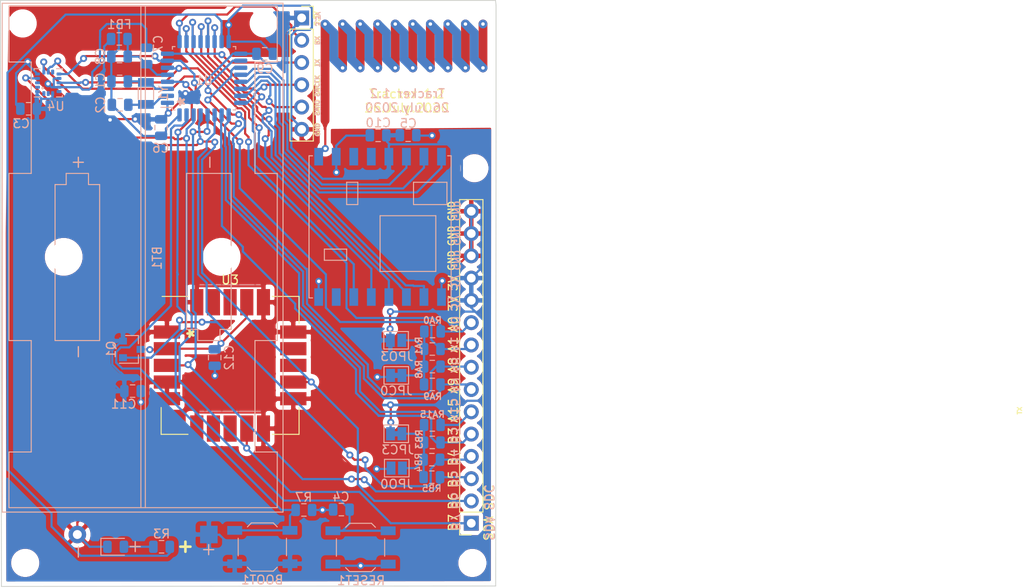
<source format=kicad_pcb>
(kicad_pcb (version 20171130) (host pcbnew "(5.1.5-0-10_14)")
  (layers (0 F.Cu signal) (31 B.Cu signal) (34 B.Paste user) (35 F.Paste user) (36 B.SilkS user) (37 F.SilkS user) (38 B.Mask user) (39 F.Mask user) (44 Edge.Cuts user))
  (net 0 "")
  (net 1 "Net-(AE1-Pad1)")
  (net 2 +3V3)
  (net 3 GND)
  (net 4 "Net-(C1-Pad1)")
  (net 5 "Net-(C2-Pad1)")
  (net 6 "Net-(C4-Pad1)")
  (net 7 VDDA)
  (net 8 "Net-(D1-Pad2)")
  (net 9 SWDIO)
  (net 10 SWCLK)
  (net 11 TX)
  (net 12 RX)
  (net 13 "Net-(R3-Pad1)")
  (net 14 NSS)
  (net 15 DIO2)
  (net 16 DIO1)
  (net 17 DIO0)
  (net 18 RESET)
  (net 19 MOSI)
  (net 20 MISO)
  (net 21 SCK)
  (net 22 B5)
  (net 23 B4)
  (net 24 A1)
  (net 25 A0)
  (net 26 A9)
  (net 27 A8)
  (net 28 "Net-(BOOT1-Pad2)")
  (net 29 A15)
  (net 30 B3)
  (net 31 "Net-(JPC0-Pad1)")
  (net 32 "Net-(JPC3-Pad2)")
  (net 33 SDC)
  (net 34 SDA)
  (net 35 "Net-(C12-Pad2)")
  (module Capacitor_SMD:C_0805_2012Metric (layer B.Cu) (at 62.28104 31.46552 180)
    (fp_text reference C9 (at -0.02262 -1.69672 180) (layer B.SilkS) (effects (justify mirror)))
    (fp_text value "100 nF")
    (pad 2 smd roundrect (at 0.9375 0 180) (size 0.975 1.4) (layers B.Cu B.Paste B.Mask) (net 2 +3V3))
    (pad 1 smd roundrect (at -0.9375 0 180) (size 0.975 1.4) (layers B.Cu B.Paste B.Mask) (net 3 GND))
  )
  (module MountingHole:MountingHole_2.2mm_M2 (layer F.Cu) (at 62.16904 27.98064)
    (fp_text reference H5 hide)
    (fp_text value MountingHole hide)
    (pad 1 np_thru_hole circle (at 0 0) (size 2.2 2.2) (drill 2.2) (layers *.Cu *.Mask))
  )
  (module MountingHole:MountingHole_2.2mm_M2 (layer F.Cu) (at 34.69132 28.00096)
    (fp_text reference H4 hide)
    (fp_text value MountingHole hide)
    (pad 1 np_thru_hole circle (at 0 0) (size 2.2 2.2) (drill 2.2) (layers *.Cu *.Mask))
  )
  (module Capacitor_SMD:C_0805_2012Metric (layer B.Cu) (at 35.36926 37.72916)
    (fp_text reference C3 (at -0.83796 1.68656 180) (layer B.SilkS) (effects (justify mirror)))
    (fp_text value "100 nF")
    (pad 2 smd roundrect (at 0.9375 0) (size 0.975 1.4) (layers B.Cu B.Paste B.Mask) (net 2 +3V3))
    (pad 1 smd roundrect (at -0.9375 0) (size 0.975 1.4) (layers B.Cu B.Paste B.Mask) (net 3 GND))
  )
  (module Capacitor_SMD:C_0805_2012Metric (layer B.Cu) (at 47.22138 69.90588 180)
    (fp_text reference C11 (at 1.01624 -1.48336) (layer B.SilkS) (effects (justify mirror)))
    (fp_text value "10 uF")
    (pad 2 smd roundrect (at 0.9375 0 180) (size 0.975 1.4) (layers B.Cu B.Paste B.Mask) (net 2 +3V3))
    (pad 1 smd roundrect (at -0.9375 0 180) (size 0.975 1.4) (layers B.Cu B.Paste B.Mask) (net 3 GND))
  )
  (module Capacitor_SMD:C_0805_2012Metric (layer B.Cu) (at 56.58104 66.08596 90)
    (fp_text reference C12 (at 0 1.65 90) (layer B.SilkS) (effects (justify mirror)))
    (fp_text value "100 nF")
    (pad 2 smd roundrect (at 0.9375 0 90) (size 0.975 1.4) (layers B.Cu B.Paste B.Mask) (net 35 "Net-(C12-Pad2)"))
    (pad 1 smd roundrect (at -0.9375 0 90) (size 0.975 1.4) (layers B.Cu B.Paste B.Mask) (net 3 GND))
  )
  (module Battery:BatteryHolder_HALJIA_2xAA (layer B.Cu) (at 32.36976 83.69808 90)
    (fp_text reference BT1 (at 28.956 17.653 -90) (layer B.SilkS) (effects (justify mirror)))
    (fp_text value Battery_Cell hide)
    (fp_text user - (at -4.549 8.557 90) (layer B.SilkS) (effects (font (size 1.5 1.5)) (justify mirror)))
    (fp_text user + (at -4.2799 23.40864 90) (layer B.SilkS) (effects (font (size 1.5 1.5)) (justify mirror)))
    (fp_text user - (at 18.283 8.557 90) (layer B.SilkS) (effects (font (size 1.5 1.5)) (justify mirror)))
    (fp_text user + (at 39.873 8.557 90) (layer B.SilkS) (effects (font (size 1.5 1.5)) (justify mirror)))
    (fp_text user + (at -3.92684 15.03934 90) (layer B.SilkS) (effects (font (size 1.5 1.5)) (justify mirror)))
    (fp_text user - (at 39.873 23.547 90) (layer B.SilkS) (effects (font (size 1.5 1.5)) (justify mirror)))
    (pad "" np_thru_hole circle (at 29.093 25 90) (size 3.3 3.3) (drill 3.3) (layers *.Cu *.Mask))
    (pad "" np_thru_hole circle (at 29.093 7 90) (size 3.3 3.3) (drill 3.3) (layers *.Cu *.Mask))
    (pad 2 thru_hole circle (at -2.553 8.557 90) (size 2 2) (drill 1.02) (layers *.Cu *.Mask) (net 3 GND))
    (pad 1 smd rect (at -2.553 23.547 90) (size 2 2) (layers B.Cu B.Paste B.Mask) (net 2 +3V3))
  )
  (module RF_Module:HOPERF_RFM9XW_SMD (layer B.Cu) (at 75.43292 51.18608 90)
    (fp_text reference U2 hide)
    (fp_text value RFM95W-868S2)
    (pad 16 smd rect (at 8 7 90) (size 2 1) (layers B.Cu B.Paste B.Mask) (net 15 DIO2))
    (pad 15 smd rect (at 8 5 90) (size 2 1) (layers B.Cu B.Paste B.Mask) (net 16 DIO1))
    (pad 14 smd rect (at 8 3 90) (size 2 1) (layers B.Cu B.Paste B.Mask) (net 17 DIO0))
    (pad 13 smd rect (at 8 1 90) (size 2 1) (layers B.Cu B.Paste B.Mask) (net 2 +3V3))
    (pad 12 smd rect (at 8 -1 90) (size 2 1) (layers B.Cu B.Paste B.Mask))
    (pad 11 smd rect (at 8 -3 90) (size 2 1) (layers B.Cu B.Paste B.Mask))
    (pad 10 smd rect (at 8 -5 90) (size 2 1) (layers B.Cu B.Paste B.Mask) (net 3 GND))
    (pad 9 smd rect (at 8 -7 90) (size 2 1) (layers B.Cu B.Paste B.Mask) (net 1 "Net-(AE1-Pad1)"))
    (pad 8 smd rect (at -8 -7 90) (size 2 1) (layers B.Cu B.Paste B.Mask) (net 3 GND))
    (pad 7 smd rect (at -8 -5 90) (size 2 1) (layers B.Cu B.Paste B.Mask))
    (pad 6 smd rect (at -8 -3 90) (size 2 1) (layers B.Cu B.Paste B.Mask) (net 18 RESET))
    (pad 5 smd rect (at -8 -1 90) (size 2 1) (layers B.Cu B.Paste B.Mask) (net 14 NSS))
    (pad 4 smd rect (at -8 1 90) (size 2 1) (layers B.Cu B.Paste B.Mask) (net 21 SCK))
    (pad 3 smd rect (at -8 3 90) (size 2 1) (layers B.Cu B.Paste B.Mask) (net 19 MOSI))
    (pad 2 smd rect (at -8 5 90) (size 2 1) (layers B.Cu B.Paste B.Mask) (net 20 MISO))
    (pad 1 smd rect (at -8 7 90) (size 2 1) (layers B.Cu B.Paste B.Mask) (net 3 GND))
  )
  (module Resistor_SMD:R_0805_2012Metric (layer B.Cu) (at 81.37882 69.14896)
    (fp_text reference RA9 (at 0.0485 1.36906) (layer B.SilkS) (effects (font (size 0.75 0.75)) (justify mirror)))
    (fp_text value PU hide)
    (pad 2 smd roundrect (at 0.9375 0) (size 0.975 1.4) (layers B.Cu B.Paste B.Mask) (net 26 A9))
    (pad 1 smd roundrect (at -0.9375 0) (size 0.975 1.4) (layers B.Cu B.Paste B.Mask) (net 31 "Net-(JPC0-Pad1)"))
  )
  (module Resistor_SMD:R_0805_2012Metric (layer B.Cu) (at 81.3839 67.11188)
    (fp_text reference RA8 (at -1.52884 0.30988 90) (layer B.SilkS) (effects (font (size 0.75 0.75)) (justify mirror)))
    (fp_text value PU hide)
    (pad 2 smd roundrect (at 0.9375 0) (size 0.975 1.4) (layers B.Cu B.Paste B.Mask) (net 27 A8))
    (pad 1 smd roundrect (at -0.9375 0) (size 0.975 1.4) (layers B.Cu B.Paste B.Mask) (net 31 "Net-(JPC0-Pad1)"))
  )
  (module Resistor_SMD:R_0805_2012Metric (layer B.Cu) (at 81.3839 65.11036)
    (fp_text reference RA1 (at -1.52884 -0.34798 90) (layer B.SilkS) (effects (font (size 0.75 0.75)) (justify mirror)))
    (fp_text value PU hide)
    (pad 2 smd roundrect (at 0.9375 0) (size 0.975 1.4) (layers B.Cu B.Paste B.Mask) (net 24 A1))
    (pad 1 smd roundrect (at -0.9375 0) (size 0.975 1.4) (layers B.Cu B.Paste B.Mask) (net 31 "Net-(JPC0-Pad1)"))
  )
  (module Resistor_SMD:R_0805_2012Metric (layer B.Cu) (at 81.407 63.11392)
    (fp_text reference RA0 (at 0 -1.27508) (layer B.SilkS) (effects (font (size 0.75 0.75)) (justify mirror)))
    (fp_text value PU hide)
    (pad 2 smd roundrect (at 0.9375 0) (size 0.975 1.4) (layers B.Cu B.Paste B.Mask) (net 25 A0))
    (pad 1 smd roundrect (at -0.9375 0) (size 0.975 1.4) (layers B.Cu B.Paste B.Mask) (net 31 "Net-(JPC0-Pad1)"))
  )
  (module Package_TO_SOT_SMD:SOT-23 (layer B.Cu) (at 47.1297 65.151)
    (fp_text reference Q1 (at -2.34366 0.01774 270) (layer B.SilkS) (effects (justify mirror)))
    (fp_text value AO3401A)
    (pad 3 smd rect (at 1 0) (size 0.9 0.8) (layers B.Cu B.Paste B.Mask) (net 35 "Net-(C12-Pad2)"))
    (pad 2 smd rect (at -1 -0.95) (size 0.9 0.8) (layers B.Cu B.Paste B.Mask) (net 2 +3V3))
    (pad 1 smd rect (at -1 0.95) (size 0.9 0.8) (layers B.Cu B.Paste B.Mask) (net 23 B4))
  )
  (module Connector_PinSocket_2.54mm:PinSocket_1x15_P2.54mm_Vertical (layer F.Cu) (at 85.8266 84.96808 180)
    (fp_text reference J2 hide)
    (fp_text value Conn_01x09_Male hide)
    (pad 15 thru_hole oval (at 0 35.56 180) (size 1.7 1.7) (drill 1) (layers *.Cu *.Mask) (net 3 GND))
    (pad 14 thru_hole oval (at 0 33.02 180) (size 1.7 1.7) (drill 1) (layers *.Cu *.Mask) (net 3 GND))
    (pad 13 thru_hole oval (at 0 30.48 180) (size 1.7 1.7) (drill 1) (layers *.Cu *.Mask) (net 3 GND))
    (pad 12 thru_hole oval (at 0 27.94 180) (size 1.7 1.7) (drill 1) (layers *.Cu *.Mask) (net 2 +3V3))
    (pad 11 thru_hole oval (at 0 25.4 180) (size 1.7 1.7) (drill 1) (layers *.Cu *.Mask) (net 2 +3V3))
    (pad 10 thru_hole oval (at 0 22.86 180) (size 1.7 1.7) (drill 1) (layers *.Cu *.Mask) (net 25 A0))
    (pad 9 thru_hole oval (at 0 20.32 180) (size 1.7 1.7) (drill 1) (layers *.Cu *.Mask) (net 24 A1))
    (pad 8 thru_hole oval (at 0 17.78 180) (size 1.7 1.7) (drill 1) (layers *.Cu *.Mask) (net 27 A8))
    (pad 7 thru_hole oval (at 0 15.24 180) (size 1.7 1.7) (drill 1) (layers *.Cu *.Mask) (net 26 A9))
    (pad 6 thru_hole oval (at 0 12.7 180) (size 1.7 1.7) (drill 1) (layers *.Cu *.Mask) (net 29 A15))
    (pad 5 thru_hole oval (at 0 10.16 180) (size 1.7 1.7) (drill 1) (layers *.Cu *.Mask) (net 30 B3))
    (pad 4 thru_hole oval (at 0 7.62 180) (size 1.7 1.7) (drill 1) (layers *.Cu *.Mask) (net 23 B4))
    (pad 3 thru_hole oval (at 0 5.08 180) (size 1.7 1.7) (drill 1) (layers *.Cu *.Mask) (net 22 B5))
    (pad 2 thru_hole oval (at 0 2.54 180) (size 1.7 1.7) (drill 1) (layers *.Cu *.Mask) (net 33 SDC))
    (pad 1 thru_hole rect (at 0 0 180) (size 1.7 1.7) (drill 1) (layers *.Cu *.Mask) (net 34 SDA))
  )
  (module MountingHole:MountingHole_2.2mm_M2 (layer F.Cu) (at 85.9536 89.49436)
    (fp_text reference H3 hide)
    (fp_text value MountingHole hide)
    (pad 1 np_thru_hole circle (at 0 0) (size 2.2 2.2) (drill 2.2) (layers *.Cu *.Mask))
  )
  (module RF_GPS:ublox_SAM-M8Q_HandSolder_plane (layer F.Cu) (at 58.33872 66.97472)
    (fp_text reference U3 (at 0 -9.75) (layer F.SilkS))
    (fp_text value ublox_SAM-M8Q)
    (pad 20 smd rect (at -3.8 -7.2) (size 1.5 3) (layers F.Cu F.Paste F.Mask) (net 3 GND))
    (pad 19 smd rect (at -1.9 -7.2) (size 1.5 3) (layers F.Cu F.Paste F.Mask))
    (pad 18 smd rect (at 0 -7.2) (size 1.5 3) (layers F.Cu F.Paste F.Mask))
    (pad 17 smd rect (at 1.9 -7.2) (size 1.5 3) (layers F.Cu F.Paste F.Mask) (net 35 "Net-(C12-Pad2)"))
    (pad 16 smd rect (at 3.8 -7.2) (size 1.5 3) (layers F.Cu F.Paste F.Mask) (net 3 GND))
    (pad 15 smd rect (at 7.2 -3.8) (size 3 1.5) (layers F.Cu F.Paste F.Mask) (net 3 GND))
    (pad 14 smd rect (at 7.2 -1.9) (size 3 1.5) (layers F.Cu F.Paste F.Mask))
    (pad 13 smd rect (at 7.2 0) (size 3 1.5) (layers F.Cu F.Paste F.Mask))
    (pad 12 smd rect (at 7.2 1.9) (size 3 1.5) (layers F.Cu F.Paste F.Mask) (net 33 SDC))
    (pad 11 smd rect (at 7.2 3.8) (size 3 1.5) (layers F.Cu F.Paste F.Mask) (net 3 GND))
    (pad 10 smd rect (at 3.8 7.2) (size 1.5 3) (layers F.Cu F.Paste F.Mask) (net 3 GND))
    (pad 9 smd rect (at 1.9 7.2) (size 1.5 3) (layers F.Cu F.Paste F.Mask) (net 34 SDA))
    (pad 8 smd rect (at 0 7.2) (size 1.5 3) (layers F.Cu F.Paste F.Mask))
    (pad 7 smd rect (at -1.9 7.2) (size 1.5 3) (layers F.Cu F.Paste F.Mask))
    (pad 6 smd rect (at -3.8 7.2) (size 1.5 3) (layers F.Cu F.Paste F.Mask) (net 3 GND))
    (pad 5 smd rect (at -7.2 3.8) (size 3 1.5) (layers F.Cu F.Paste F.Mask) (net 3 GND))
    (pad 4 smd rect (at -7.2 1.9) (size 3 1.5) (layers F.Cu F.Paste F.Mask) (net 3 GND))
    (pad 3 smd rect (at -7.2 0) (size 3 1.5) (layers F.Cu F.Paste F.Mask) (net 22 B5))
    (pad 2 smd rect (at -7.2 -1.9) (size 3 1.5) (layers F.Cu F.Paste F.Mask) (net 35 "Net-(C12-Pad2)"))
    (pad 1 smd rect (at -7.2 -3.8) (size 3 1.5) (layers F.Cu F.Paste F.Mask) (net 3 GND))
  )
  (module Package_LGA:LGA-16_3x3mm_P0.5mm_LayoutBorder3x5y (layer B.Cu) (at 37.61232 34.76752)
    (fp_text reference U4 (at 0.8636 2.68732) (layer B.SilkS) (effects (justify mirror)))
    (fp_text value LIS3DH)
    (pad 16 smd roundrect (at -0.5 1.225) (size 0.35 0.55) (layers B.Cu B.Paste B.Mask))
    (pad 15 smd roundrect (at 0 1.225) (size 0.35 0.55) (layers B.Cu B.Paste B.Mask))
    (pad 14 smd roundrect (at 0.5 1.225) (size 0.35 0.55) (layers B.Cu B.Paste B.Mask) (net 2 +3V3))
    (pad 13 smd roundrect (at 1.225 1) (size 0.55 0.35) (layers B.Cu B.Paste B.Mask))
    (pad 12 smd roundrect (at 1.225 0.5) (size 0.55 0.35) (layers B.Cu B.Paste B.Mask) (net 3 GND))
    (pad 11 smd roundrect (at 1.225 0) (size 0.55 0.35) (layers B.Cu B.Paste B.Mask) (net 25 A0))
    (pad 10 smd roundrect (at 1.225 -0.5) (size 0.55 0.35) (layers B.Cu B.Paste B.Mask) (net 3 GND))
    (pad 9 smd roundrect (at 1.225 -1) (size 0.55 0.35) (layers B.Cu B.Paste B.Mask) (net 24 A1))
    (pad 8 smd roundrect (at 0.5 -1.225) (size 0.35 0.55) (layers B.Cu B.Paste B.Mask))
    (pad 7 smd roundrect (at 0 -1.225) (size 0.35 0.55) (layers B.Cu B.Paste B.Mask) (net 27 A8))
    (pad 6 smd roundrect (at -0.5 -1.225) (size 0.35 0.55) (layers B.Cu B.Paste B.Mask) (net 34 SDA))
    (pad 5 smd roundrect (at -1.225 -1) (size 0.55 0.35) (layers B.Cu B.Paste B.Mask) (net 3 GND))
    (pad 4 smd roundrect (at -1.225 -0.5) (size 0.55 0.35) (layers B.Cu B.Paste B.Mask) (net 33 SDC))
    (pad 3 smd roundrect (at -1.225 0) (size 0.55 0.35) (layers B.Cu B.Paste B.Mask))
    (pad 2 smd roundrect (at -1.225 0.5) (size 0.55 0.35) (layers B.Cu B.Paste B.Mask))
    (pad 1 smd roundrect (at -1.225 1) (size 0.55 0.35) (layers B.Cu B.Paste B.Mask) (net 2 +3V3))
  )
  (module Jumper:SolderJumper-2_P1.3mm_Open_Pad1.0x1.5mm (layer B.Cu) (at 77.25688 64.11468)
    (fp_text reference JPO3 (at 0.09374 1.84404) (layer B.SilkS) (effects (justify mirror)))
    (fp_text value SolderJumper_2_Open hide)
    (pad 1 smd rect (at -0.65 0) (size 1 1.5) (layers B.Cu B.Mask) (net 2 +3V3))
    (pad 2 smd rect (at 0.65 0) (size 1 1.5) (layers B.Cu B.Mask) (net 31 "Net-(JPC0-Pad1)"))
  )
  (module Jumper:SolderJumper-2_P1.3mm_Bridged_Pad1.0x1.5mm (layer B.Cu) (at 77.2772 68.11772 180)
    (fp_text reference JPC0 (at -0.00992 -1.7526) (layer B.SilkS) (effects (justify mirror)))
    (fp_text value SolderJumper_2_Bridged hide)
    (fp_poly (pts (xy -0.25 0.3) (xy 0.25 0.3) (xy 0.25 -0.3) (xy -0.25 -0.3)) (layer B.Cu) (width 0))
    (pad 2 smd rect (at 0.65 0 180) (size 1 1.5) (layers B.Cu B.Mask) (net 3 GND))
    (pad 1 smd rect (at -0.65 0 180) (size 1 1.5) (layers B.Cu B.Mask) (net 31 "Net-(JPC0-Pad1)"))
  )
  (module Jumper:SolderJumper-2_P1.3mm_Open_Pad1.0x1.5mm (layer B.Cu) (at 77.33308 78.68412 180)
    (fp_text reference JPO0 (at 0.00786 -1.82372) (layer B.SilkS) (effects (justify mirror)))
    (fp_text value SolderJumper_2_Open hide)
    (pad 1 smd rect (at -0.65 0 180) (size 1 1.5) (layers B.Cu B.Mask) (net 32 "Net-(JPC3-Pad2)"))
    (pad 2 smd rect (at 0.65 0 180) (size 1 1.5) (layers B.Cu B.Mask) (net 3 GND))
  )
  (module Jumper:SolderJumper-2_P1.3mm_Bridged_Pad1.0x1.5mm (layer B.Cu) (at 77.27212 74.76744)
    (fp_text reference JPC3 (at 0.17502 1.82626) (layer B.SilkS) (effects (justify mirror)))
    (fp_text value SolderJumper_2_Bridged hide)
    (fp_poly (pts (xy -0.25 0.3) (xy 0.25 0.3) (xy 0.25 -0.3) (xy -0.25 -0.3)) (layer B.Cu) (width 0))
    (pad 2 smd rect (at 0.65 0) (size 1 1.5) (layers B.Cu B.Mask) (net 32 "Net-(JPC3-Pad2)"))
    (pad 1 smd rect (at -0.65 0) (size 1 1.5) (layers B.Cu B.Mask) (net 2 +3V3))
  )
  (module Resistor_SMD:R_0805_2012Metric (layer B.Cu) (at 81.37882 75.75804)
    (fp_text reference RB3 (at -1.4882 -0.36576 90) (layer B.SilkS) (effects (font (size 0.75 0.75)) (justify mirror)))
    (fp_text value PU hide)
    (pad 2 smd roundrect (at 0.9375 0) (size 0.975 1.4) (layers B.Cu B.Paste B.Mask) (net 30 B3))
    (pad 1 smd roundrect (at -0.9375 0) (size 0.975 1.4) (layers B.Cu B.Paste B.Mask) (net 32 "Net-(JPC3-Pad2)"))
  )
  (module Resistor_SMD:R_0805_2012Metric (layer B.Cu) (at 81.3839 73.76668)
    (fp_text reference RA15 (at 0.00278 -1.20904 180) (layer B.SilkS) (effects (font (size 0.75 0.75)) (justify mirror)))
    (fp_text value PU hide)
    (pad 2 smd roundrect (at 0.9375 0) (size 0.975 1.4) (layers B.Cu B.Paste B.Mask) (net 29 A15))
    (pad 1 smd roundrect (at -0.9375 0) (size 0.975 1.4) (layers B.Cu B.Paste B.Mask) (net 32 "Net-(JPC3-Pad2)"))
  )
  (module Resistor_SMD:R_0805_2012Metric (layer B.Cu) (at 81.32802 79.71536)
    (fp_text reference RB5 (at -0.00992 1.28016 180) (layer B.SilkS) (effects (font (size 0.75 0.75) (thickness 0.127)) (justify mirror)))
    (fp_text value PU hide)
    (pad 2 smd roundrect (at 0.9375 0) (size 0.975 1.4) (layers B.Cu B.Paste B.Mask) (net 22 B5))
    (pad 1 smd roundrect (at -0.9375 0) (size 0.975 1.4) (layers B.Cu B.Paste B.Mask) (net 32 "Net-(JPC3-Pad2)"))
  )
  (module Resistor_SMD:R_0805_2012Metric (layer B.Cu) (at 81.3331 77.71892)
    (fp_text reference RB4 (at -1.51106 0.33528 90) (layer B.SilkS) (effects (font (size 0.75 0.75) (thickness 0.127)) (justify mirror)))
    (fp_text value PU hide)
    (pad 2 smd roundrect (at 0.9375 0) (size 0.975 1.4) (layers B.Cu B.Paste B.Mask) (net 23 B4))
    (pad 1 smd roundrect (at -0.9375 0) (size 0.975 1.4) (layers B.Cu B.Paste B.Mask) (net 32 "Net-(JPC3-Pad2)"))
  )
  (module MountingHole:MountingHole_2.2mm_M2 (layer F.Cu) (at 86.1822 44.5008)
    (fp_text reference H2 hide)
    (fp_text value MountingHole hide)
    (pad 1 np_thru_hole circle (at 0 0) (size 2.2 2.2) (drill 2.2) (layers *.Cu *.Mask))
  )
  (module MountingHole:MountingHole_2.2mm_M2 (layer F.Cu) (at 34.98596 89.48928)
    (fp_text reference H1 hide)
    (fp_text value MountingHole hide)
    (pad 1 np_thru_hole circle (at 0 0) (size 2.2 2.2) (drill 2.2) (layers *.Cu *.Mask))
  )
  (module Connector_PinSocket_2.54mm:PinSocket_1x06_P2.54mm_Vertical (layer F.Cu) (at 66.49212 27.37612)
    (fp_text reference J1 hide)
    (fp_text value Conn_01x06_Male hide)
    (pad 6 thru_hole oval (at 0 12.7) (size 1.7 1.7) (drill 1) (layers *.Cu *.Mask) (net 3 GND))
    (pad 5 thru_hole oval (at 0 10.16) (size 1.7 1.7) (drill 1) (layers *.Cu *.Mask) (net 9 SWDIO))
    (pad 4 thru_hole oval (at 0 7.62) (size 1.7 1.7) (drill 1) (layers *.Cu *.Mask) (net 10 SWCLK))
    (pad 3 thru_hole oval (at 0 5.08) (size 1.7 1.7) (drill 1) (layers *.Cu *.Mask) (net 11 TX))
    (pad 2 thru_hole oval (at 0 2.54) (size 1.7 1.7) (drill 1) (layers *.Cu *.Mask) (net 12 RX))
    (pad 1 thru_hole rect (at 0 0) (size 1.7 1.7) (drill 1) (layers *.Cu *.Mask) (net 2 +3V3))
  )
  (module Package_QFP:LQFP-32_7x7mm_P0.8mm (layer B.Cu) (at 55.372 34.2519)
    (fp_text reference U1 (at 0 0.23622) (layer B.SilkS) (effects (justify mirror)))
    (fp_text value STM32L412KB hide)
    (pad 32 smd roundrect (at -2.8 4.175) (size 0.5 1.5) (layers B.Cu B.Paste B.Mask) (net 3 GND))
    (pad 31 smd roundrect (at -2 4.175) (size 0.5 1.5) (layers B.Cu B.Paste B.Mask) (net 28 "Net-(BOOT1-Pad2)"))
    (pad 30 smd roundrect (at -1.2 4.175) (size 0.5 1.5) (layers B.Cu B.Paste B.Mask) (net 34 SDA))
    (pad 29 smd roundrect (at -0.4 4.175) (size 0.5 1.5) (layers B.Cu B.Paste B.Mask) (net 33 SDC))
    (pad 28 smd roundrect (at 0.4 4.175) (size 0.5 1.5) (layers B.Cu B.Paste B.Mask) (net 22 B5))
    (pad 27 smd roundrect (at 1.2 4.175) (size 0.5 1.5) (layers B.Cu B.Paste B.Mask) (net 23 B4))
    (pad 26 smd roundrect (at 2 4.175) (size 0.5 1.5) (layers B.Cu B.Paste B.Mask) (net 30 B3))
    (pad 25 smd roundrect (at 2.8 4.175) (size 0.5 1.5) (layers B.Cu B.Paste B.Mask) (net 29 A15))
    (pad 24 smd roundrect (at 4.175 2.8) (size 1.5 0.5) (layers B.Cu B.Paste B.Mask) (net 10 SWCLK))
    (pad 23 smd roundrect (at 4.175 2) (size 1.5 0.5) (layers B.Cu B.Paste B.Mask) (net 9 SWDIO))
    (pad 22 smd roundrect (at 4.175 1.2) (size 1.5 0.5) (layers B.Cu B.Paste B.Mask) (net 15 DIO2))
    (pad 21 smd roundrect (at 4.175 0.4) (size 1.5 0.5) (layers B.Cu B.Paste B.Mask) (net 16 DIO1))
    (pad 20 smd roundrect (at 4.175 -0.4) (size 1.5 0.5) (layers B.Cu B.Paste B.Mask) (net 17 DIO0))
    (pad 19 smd roundrect (at 4.175 -1.2) (size 1.5 0.5) (layers B.Cu B.Paste B.Mask) (net 26 A9))
    (pad 18 smd roundrect (at 4.175 -2) (size 1.5 0.5) (layers B.Cu B.Paste B.Mask) (net 27 A8))
    (pad 17 smd roundrect (at 4.175 -2.8) (size 1.5 0.5) (layers B.Cu B.Paste B.Mask) (net 2 +3V3))
    (pad 16 smd roundrect (at 2.8 -4.175) (size 0.5 1.5) (layers B.Cu B.Paste B.Mask) (net 3 GND))
    (pad 15 smd roundrect (at 2 -4.175) (size 0.5 1.5) (layers B.Cu B.Paste B.Mask) (net 13 "Net-(R3-Pad1)"))
    (pad 14 smd roundrect (at 1.2 -4.175) (size 0.5 1.5) (layers B.Cu B.Paste B.Mask) (net 18 RESET))
    (pad 13 smd roundrect (at 0.4 -4.175) (size 0.5 1.5) (layers B.Cu B.Paste B.Mask) (net 19 MOSI))
    (pad 12 smd roundrect (at -0.4 -4.175) (size 0.5 1.5) (layers B.Cu B.Paste B.Mask) (net 20 MISO))
    (pad 11 smd roundrect (at -1.2 -4.175) (size 0.5 1.5) (layers B.Cu B.Paste B.Mask) (net 21 SCK))
    (pad 10 smd roundrect (at -2 -4.175) (size 0.5 1.5) (layers B.Cu B.Paste B.Mask) (net 14 NSS))
    (pad 9 smd roundrect (at -2.8 -4.175) (size 0.5 1.5) (layers B.Cu B.Paste B.Mask) (net 12 RX))
    (pad 8 smd roundrect (at -4.175 -2.8) (size 1.5 0.5) (layers B.Cu B.Paste B.Mask) (net 11 TX))
    (pad 7 smd roundrect (at -4.175 -2) (size 1.5 0.5) (layers B.Cu B.Paste B.Mask) (net 24 A1))
    (pad 6 smd roundrect (at -4.175 -1.2) (size 1.5 0.5) (layers B.Cu B.Paste B.Mask) (net 25 A0))
    (pad 5 smd roundrect (at -4.175 -0.4) (size 1.5 0.5) (layers B.Cu B.Paste B.Mask) (net 7 VDDA))
    (pad 4 smd roundrect (at -4.175 0.4) (size 1.5 0.5) (layers B.Cu B.Paste B.Mask) (net 6 "Net-(C4-Pad1)"))
    (pad 3 smd roundrect (at -4.175 1.2) (size 1.5 0.5) (layers B.Cu B.Paste B.Mask) (net 4 "Net-(C1-Pad1)"))
    (pad 2 smd roundrect (at -4.175 2) (size 1.5 0.5) (layers B.Cu B.Paste B.Mask) (net 5 "Net-(C2-Pad1)"))
    (pad 1 smd roundrect (at -4.175 2.8) (size 1.5 0.5) (layers B.Cu B.Paste B.Mask) (net 2 +3V3))
  )
  (module Resistor_SMD:R_0805_2012Metric (layer B.Cu) (at 45.70984 29.7688 180)
    (fp_text reference FB1 (at 0 1.65) (layer B.SilkS) (effects (justify mirror)))
    (fp_text value Ferrite_Bead_Small hide)
    (pad 2 smd roundrect (at 0.9375 0 180) (size 0.975 1.4) (layers B.Cu B.Paste B.Mask) (net 2 +3V3))
    (pad 1 smd roundrect (at -0.9375 0 180) (size 0.975 1.4) (layers B.Cu B.Paste B.Mask) (net 7 VDDA))
  )
  (module Crystal:Crystal_SMD_3215-2Pin_3.2x1.5mm (layer B.Cu) (at 48.7426 35.9791 90)
    (fp_text reference Y1 (at 0 2 90) (layer B.SilkS) (effects (justify mirror)))
    (fp_text value 32KHz)
    (pad 2 smd rect (at -1.25 0 90) (size 1 1.8) (layers B.Cu B.Paste B.Mask) (net 5 "Net-(C2-Pad1)"))
    (pad 1 smd rect (at 1.25 0 90) (size 1 1.8) (layers B.Cu B.Paste B.Mask) (net 4 "Net-(C1-Pad1)"))
  )
  (module Resistor_SMD:R_0805_2012Metric (layer B.Cu) (at 66.74842 83.45424)
    (fp_text reference R7 (at -0.03024 -1.44272) (layer B.SilkS) (effects (justify mirror)))
    (fp_text value 12K)
    (pad 2 smd roundrect (at 0.9375 0) (size 0.975 1.4) (layers B.Cu B.Paste B.Mask) (net 3 GND))
    (pad 1 smd roundrect (at -0.9375 0) (size 0.975 1.4) (layers B.Cu B.Paste B.Mask) (net 28 "Net-(BOOT1-Pad2)"))
  )
  (module Resistor_SMD:R_0805_2012Metric (layer B.Cu) (at 50.52846 87.65032 180)
    (fp_text reference R3 (at 0.00532 1.47066) (layer B.SilkS) (effects (justify mirror)))
    (fp_text value 12K)
    (pad 2 smd roundrect (at 0.9375 0 180) (size 0.975 1.4) (layers B.Cu B.Paste B.Mask) (net 8 "Net-(D1-Pad2)"))
    (pad 1 smd roundrect (at -0.9375 0 180) (size 0.975 1.4) (layers B.Cu B.Paste B.Mask) (net 13 "Net-(R3-Pad1)"))
  )
  (module Capacitor_SMD:C_0805_2012Metric (layer B.Cu) (at 75.20662 40.75684 180)
    (fp_text reference C10 (at -0.02056 1.42748) (layer B.SilkS) (effects (justify mirror)))
    (fp_text value "1 uF")
    (pad 2 smd roundrect (at 0.9375 0 180) (size 0.975 1.4) (layers B.Cu B.Paste B.Mask) (net 3 GND))
    (pad 1 smd roundrect (at -0.9375 0 180) (size 0.975 1.4) (layers B.Cu B.Paste B.Mask) (net 2 +3V3))
  )
  (module Capacitor_SMD:C_0805_2012Metric (layer B.Cu) (at 45.73524 31.7754)
    (fp_text reference C8 (at -2.2098 -0.01524 90) (layer B.SilkS) (effects (justify mirror)))
    (fp_text value "1 uF")
    (pad 2 smd roundrect (at 0.9375 0) (size 0.975 1.4) (layers B.Cu B.Paste B.Mask) (net 7 VDDA))
    (pad 1 smd roundrect (at -0.9375 0) (size 0.975 1.4) (layers B.Cu B.Paste B.Mask) (net 3 GND))
  )
  (module Capacitor_SMD:C_0805_2012Metric (layer B.Cu) (at 48.78578 31.70912 270)
    (fp_text reference C7 (at -1.41708 -1.35636 270) (layer B.SilkS) (effects (justify mirror)))
    (fp_text value "100 nF")
    (pad 2 smd roundrect (at 0.9375 0 270) (size 0.975 1.4) (layers B.Cu B.Paste B.Mask) (net 7 VDDA))
    (pad 1 smd roundrect (at -0.9375 0 270) (size 0.975 1.4) (layers B.Cu B.Paste B.Mask) (net 3 GND))
  )
  (module Capacitor_SMD:C_0805_2012Metric (layer B.Cu) (at 50.47488 39.87014 270)
    (fp_text reference C6 (at 2.34418 0.04064 180) (layer B.SilkS) (effects (justify mirror)))
    (fp_text value "100 nF")
    (pad 2 smd roundrect (at 0.9375 0 270) (size 0.975 1.4) (layers B.Cu B.Paste B.Mask) (net 3 GND))
    (pad 1 smd roundrect (at -0.9375 0 270) (size 0.975 1.4) (layers B.Cu B.Paste B.Mask) (net 2 +3V3))
  )
  (module Capacitor_SMD:C_0805_2012Metric (layer B.Cu) (at 78.62546 40.7416)
    (fp_text reference C5 (at 0.01802 -1.34874) (layer B.SilkS) (effects (justify mirror)))
    (fp_text value "100 nF")
    (pad 2 smd roundrect (at 0.9375 0) (size 0.975 1.4) (layers B.Cu B.Paste B.Mask) (net 3 GND))
    (pad 1 smd roundrect (at -0.9375 0) (size 0.975 1.4) (layers B.Cu B.Paste B.Mask) (net 2 +3V3))
  )
  (module Capacitor_SMD:C_0805_2012Metric (layer B.Cu) (at 71.0207 83.40852 180)
    (fp_text reference C4 (at 0.04548 1.44272) (layer B.SilkS) (effects (justify mirror)))
    (fp_text value "100 nF")
    (pad 2 smd roundrect (at 0.9375 0 180) (size 0.975 1.4) (layers B.Cu B.Paste B.Mask) (net 3 GND))
    (pad 1 smd roundrect (at -0.9375 0 180) (size 0.975 1.4) (layers B.Cu B.Paste B.Mask) (net 6 "Net-(C4-Pad1)"))
  )
  (module Capacitor_SMD:C_0805_2012Metric (layer B.Cu) (at 45.7962 37.2745 180)
    (fp_text reference C2 (at 2.22758 -0.0127 90) (layer B.SilkS) (effects (justify mirror)))
    (fp_text value "10 pF")
    (pad 2 smd roundrect (at 0.9375 0 180) (size 0.975 1.4) (layers B.Cu B.Paste B.Mask) (net 3 GND))
    (pad 1 smd roundrect (at -0.9375 0 180) (size 0.975 1.4) (layers B.Cu B.Paste B.Mask) (net 5 "Net-(C2-Pad1)"))
  )
  (module Capacitor_SMD:C_0805_2012Metric (layer B.Cu) (at 45.7477 34.6075 180)
    (fp_text reference C1 (at 2.1994 0.0381 90) (layer B.SilkS) (effects (justify mirror)))
    (fp_text value "10 pF")
    (pad 2 smd roundrect (at 0.9375 0 180) (size 0.975 1.4) (layers B.Cu B.Paste B.Mask) (net 3 GND))
    (pad 1 smd roundrect (at -0.9375 0 180) (size 0.975 1.4) (layers B.Cu B.Paste B.Mask) (net 4 "Net-(C1-Pad1)"))
  )
  (module Button_Switch_SMD:SW_SPST_TL3342 (layer B.Cu) (at 73.2032 87.72644)
    (fp_text reference RESET1 (at 0.0631 3.77706 180) (layer B.SilkS) (effects (justify mirror)))
    (fp_text value RESET hide)
    (pad 2 smd rect (at 3.15 -1.9) (size 1.7 1) (layers B.Cu B.Paste B.Mask) (net 6 "Net-(C4-Pad1)"))
    (pad 2 smd rect (at -3.15 -1.9) (size 1.7 1) (layers B.Cu B.Paste B.Mask) (net 6 "Net-(C4-Pad1)"))
    (pad 1 smd rect (at 3.15 1.9) (size 1.7 1) (layers B.Cu B.Paste B.Mask) (net 3 GND))
    (pad 1 smd rect (at -3.15 1.9) (size 1.7 1) (layers B.Cu B.Paste B.Mask) (net 3 GND))
  )
  (module Button_Switch_SMD:SW_SPST_TL3342 (layer B.Cu) (at 62.01156 87.6808)
    (fp_text reference BOOT1 (at -0.00762 3.74904 180) (layer B.SilkS) (effects (justify mirror)))
    (fp_text value BOOT hide)
    (pad 2 smd rect (at 3.15 -1.9) (size 1.7 1) (layers B.Cu B.Paste B.Mask) (net 28 "Net-(BOOT1-Pad2)"))
    (pad 2 smd rect (at -3.15 -1.9) (size 1.7 1) (layers B.Cu B.Paste B.Mask) (net 28 "Net-(BOOT1-Pad2)"))
    (pad 1 smd rect (at 3.15 1.9) (size 1.7 1) (layers B.Cu B.Paste B.Mask) (net 2 +3V3))
    (pad 1 smd rect (at -3.15 1.9) (size 1.7 1) (layers B.Cu B.Paste B.Mask) (net 2 +3V3))
  )
  (module Diode_SMD:D_0805_2012Metric (layer B.Cu) (at 45.29606 87.65032)
    (fp_text reference D1 hide)
    (fp_text value LED hide)
    (pad 2 smd roundrect (at 0.9375 0) (size 0.975 1.4) (layers B.Cu B.Paste B.Mask) (net 8 "Net-(D1-Pad2)"))
    (pad 1 smd roundrect (at -0.9375 0) (size 0.975 1.4) (layers B.Cu B.Paste B.Mask) (net 3 GND))
  )
  (module RF_Antenna:Texas_SWRA416_868MHz_915MHz (layer F.Cu) (at 78.16088 33.86836)
    (fp_text reference AE1 hide)
    (fp_text value Antenna_Chip)
    (fp_line (start -8 -1.8) (end -7 -0.8) (layer B.Cu) (width 1))
    (fp_line (start -8 -4.8) (end -8 -1.8) (layer B.Cu) (width 1))
    (fp_line (start -9 -5.8) (end -8 -4.8) (layer B.Cu) (width 1))
    (fp_line (start -9 5.2) (end -9 -5.8) (layer F.Cu) (width 1))
    (fp_line (start -7 -5.8) (end -7 -0.8) (layer F.Cu) (width 1))
    (fp_line (start -5 -5.8) (end -5 -0.8) (layer F.Cu) (width 1))
    (fp_line (start -6 -1.8) (end -5 -0.8) (layer B.Cu) (width 1))
    (fp_line (start -7 -5.8) (end -6 -4.8) (layer B.Cu) (width 1))
    (fp_line (start -6 -4.8) (end -6 -1.8) (layer B.Cu) (width 1))
    (fp_line (start -3 -5.8) (end -3 -0.8) (layer F.Cu) (width 1))
    (fp_line (start -4 -1.8) (end -3 -0.8) (layer B.Cu) (width 1))
    (fp_line (start -5 -5.8) (end -4 -4.8) (layer B.Cu) (width 1))
    (fp_line (start -4 -4.8) (end -4 -1.8) (layer B.Cu) (width 1))
    (fp_line (start -1 -5.8) (end -1 -0.8) (layer F.Cu) (width 1))
    (fp_line (start -2 -4.8) (end -2 -1.8) (layer B.Cu) (width 1))
    (fp_line (start -2 -1.8) (end -1 -0.8) (layer B.Cu) (width 1))
    (fp_line (start -3 -5.8) (end -2 -4.8) (layer B.Cu) (width 1))
    (fp_line (start 1 -5.8) (end 1 -0.8) (layer F.Cu) (width 1))
    (fp_line (start 0 -4.8) (end 0 -1.8) (layer B.Cu) (width 1))
    (fp_line (start 0 -1.8) (end 1 -0.8) (layer B.Cu) (width 1))
    (fp_line (start -1 -5.8) (end 0 -4.8) (layer B.Cu) (width 1))
    (fp_line (start 3 -5.8) (end 3 -0.8) (layer F.Cu) (width 1))
    (fp_line (start 2 -4.8) (end 2 -1.8) (layer B.Cu) (width 1))
    (fp_line (start 2 -1.8) (end 3 -0.8) (layer B.Cu) (width 1))
    (fp_line (start 1 -5.8) (end 2 -4.8) (layer B.Cu) (width 1))
    (fp_line (start 5 -5.8) (end 5 -0.8) (layer F.Cu) (width 1))
    (fp_line (start 4 -4.8) (end 4 -1.8) (layer B.Cu) (width 1))
    (fp_line (start 4 -1.8) (end 5 -0.8) (layer B.Cu) (width 1))
    (fp_line (start 3 -5.8) (end 4 -4.8) (layer B.Cu) (width 1))
    (fp_line (start 7 -5.8) (end 7 -0.8) (layer F.Cu) (width 1))
    (fp_line (start 6 -4.8) (end 6 -1.8) (layer B.Cu) (width 1))
    (fp_line (start 6 -1.8) (end 7 -0.8) (layer B.Cu) (width 1))
    (fp_line (start 5 -5.8) (end 6 -4.8) (layer B.Cu) (width 1))
    (fp_line (start 9 -5.8) (end 9 -0.8) (layer F.Cu) (width 1))
    (fp_line (start 8 -4.8) (end 8 -1.8) (layer B.Cu) (width 1))
    (fp_line (start 8 -1.8) (end 9 -0.8) (layer B.Cu) (width 1))
    (fp_line (start 7 -5.8) (end 8 -4.8) (layer B.Cu) (width 1))
    (pad 1 smd trapezoid (at -9 5.9 180) (size 0.4 0.8) (rect_delta 0 0.3) (layers F.Cu) (net 1 "Net-(AE1-Pad1)"))
    (pad "" thru_hole circle (at -9 -5.8 180) (size 1 1) (drill 0.4) (layers *.Cu))
    (pad "" thru_hole circle (at -7 -0.8 180) (size 1 1) (drill 0.4) (layers *.Cu))
    (pad "" thru_hole circle (at -7 -5.8 180) (size 1 1) (drill 0.4) (layers *.Cu))
    (pad "" thru_hole circle (at -5 -5.8 180) (size 1 1) (drill 0.4) (layers *.Cu))
    (pad "" thru_hole circle (at -5 -0.8 180) (size 1 1) (drill 0.4) (layers *.Cu))
    (pad "" thru_hole circle (at -3 -0.8 180) (size 1 1) (drill 0.4) (layers *.Cu))
    (pad "" thru_hole circle (at -3 -5.8 180) (size 1 1) (drill 0.4) (layers *.Cu))
    (pad "" thru_hole circle (at -1 -5.8 180) (size 1 1) (drill 0.4) (layers *.Cu))
    (pad "" thru_hole circle (at -1 -0.8 180) (size 1 1) (drill 0.4) (layers *.Cu))
    (pad "" thru_hole circle (at 1 -0.8 180) (size 1 1) (drill 0.4) (layers *.Cu))
    (pad "" thru_hole circle (at 1 -5.8 180) (size 1 1) (drill 0.4) (layers *.Cu))
    (pad "" thru_hole circle (at 3 -5.8 180) (size 1 1) (drill 0.4) (layers *.Cu))
    (pad "" thru_hole circle (at 3 -0.8 180) (size 1 1) (drill 0.4) (layers *.Cu))
    (pad "" thru_hole circle (at 5 -5.8 180) (size 1 1) (drill 0.4) (layers *.Cu))
    (pad "" thru_hole circle (at 5 -0.8 180) (size 1 1) (drill 0.4) (layers *.Cu))
    (pad "" thru_hole circle (at 7 -0.8 180) (size 1 1) (drill 0.4) (layers *.Cu))
    (pad "" thru_hole circle (at 7 -5.8 180) (size 1 1) (drill 0.4) (layers *.Cu))
    (pad "" thru_hole circle (at 9 -5.8 180) (size 1 1) (drill 0.4) (layers *.Cu))
    (pad "" thru_hole circle (at 9 -0.8 180) (size 1 1) (drill 0.4) (layers *.Cu))
  )
  (gr_text "Tracker 1.2\n26.July.2020" (at 78.52918 36.79698) (layer B.SilkS) (effects (font (size 1 1)) (justify mirror)))
  (gr_text TX (at 68.25742 32.52216 270) (layer B.SilkS) (effects (font (size 0.5 0.5) (thickness 0.125)) (justify mirror)))
  (gr_text GND (at 68.27012 40.13962 270) (layer B.SilkS) (effects (font (size 0.5 0.5) (thickness 0.125)) (justify mirror)))
  (gr_text 3,3V (at 68.33108 27.51074 270) (layer B.SilkS) (effects (font (size 0.5 0.5) (thickness 0.125)) (justify mirror)))
  (gr_text SWIO (at 68.23202 37.6301 270) (layer B.SilkS) (effects (font (size 0.5 0.5) (thickness 0.125)) (justify mirror)))
  (gr_text SWCLK (at 68.22694 35.13836 270) (layer B.SilkS) (effects (font (size 0.5 0.5) (thickness 0.125)) (justify mirror)))
  (gr_text RX (at 68.25742 29.96946 270) (layer B.SilkS) (effects (font (size 0.5 0.5) (thickness 0.125)) (justify mirror)))
  (gr_text GND (at 84.17018 54.989886 270) (layer B.SilkS) (effects (font (size 0.75 0.75)) (justify mirror)))
  (gr_text SDC (at 87.86368 82.00644 270) (layer B.SilkS) (effects (font (size 1 1)) (justify mirror)))
  (gr_text B4 (at 83.99018 77.432805 270) (layer B.SilkS) (effects (font (size 1 1)) (justify mirror)))
  (gr_text B3 (at 83.99018 74.952375 270) (layer B.SilkS) (effects (font (size 1 1)) (justify mirror)))
  (gr_text B5 (at 83.99018 79.913235 270) (layer B.SilkS) (effects (font (size 1 1)) (justify mirror)))
  (gr_text B7 (at 83.99018 84.8741 270) (layer B.SilkS) (effects (font (size 1 1)) (justify mirror)))
  (gr_text A15 (at 83.99018 72.067183 270) (layer B.SilkS) (effects (font (size 1 1)) (justify mirror)))
  (gr_text B6 (at 83.99018 82.393665 270) (layer B.SilkS) (effects (font (size 1 1)) (justify mirror)))
  (gr_text A0 (at 83.99018 62.2407 270) (layer B.SilkS) (effects (font (size 1 1)) (justify mirror)))
  (gr_text A8 (at 83.99018 66.915846 270) (layer B.SilkS) (effects (font (size 1 1)) (justify mirror)))
  (gr_text GND (at 84.17018 52.176123 270) (layer B.SilkS) (effects (font (size 0.75 0.75)) (justify mirror)))
  (gr_text SDA (at 87.92718 85.53704 270) (layer B.SilkS) (effects (font (size 1 1)) (justify mirror)))
  (gr_text GND (at 84.17018 49.36236 270) (layer B.SilkS) (effects (font (size 0.75 0.75)) (justify mirror)))
  (gr_text 3V (at 83.99018 57.565554 270) (layer B.SilkS) (effects (font (size 1 1)) (justify mirror)))
  (gr_text 3V (at 83.99018 59.903127 270) (layer B.SilkS) (effects (font (size 1 1)) (justify mirror)))
  (gr_text A9 (at 83.99018 69.253419 270) (layer B.SilkS) (effects (font (size 1 1)) (justify mirror)))
  (gr_text A1 (at 83.99018 64.578273 270) (layer B.SilkS) (effects (font (size 1 1)) (justify mirror)))
  (gr_text SDC (at 87.8713 82.03692 90) (layer F.SilkS) (effects (font (size 1 1))))
  (gr_text SDA (at 87.8078 85.56752 90) (layer F.SilkS) (effects (font (size 1 1))))
  (gr_text A0 (at 83.75904 62.27626 90) (layer F.SilkS) (effects (font (size 1 1))))
  (gr_text A1 (at 83.75904 64.613833 90) (layer F.SilkS) (effects (font (size 1 1))))
  (gr_text A8 (at 83.75904 66.951406 90) (layer F.SilkS) (effects (font (size 1 1))))
  (gr_text A9 (at 83.75904 69.288979 90) (layer F.SilkS) (effects (font (size 1 1))))
  (gr_text B7 (at 83.75904 84.90966 90) (layer F.SilkS) (effects (font (size 1 1))))
  (gr_text GND (at 83.57904 55.025446 90) (layer F.SilkS) (effects (font (size 0.75 0.75))))
  (gr_text GND (at 83.57904 52.211683 90) (layer F.SilkS) (effects (font (size 0.75 0.75))))
  (gr_text GND (at 83.57904 49.39792 90) (layer F.SilkS) (effects (font (size 0.75 0.75))))
  (gr_text 3V (at 83.75904 59.938687 90) (layer F.SilkS) (effects (font (size 1 1))))
  (gr_text 3V (at 83.75904 57.601114 90) (layer F.SilkS) (effects (font (size 1 1))))
  (gr_text TX (at 68.28282 32.4612 90) (layer F.SilkS) (effects (font (size 0.5 0.5) (thickness 0.125))))
  (gr_text * (at 54.30774 63.34252 90) (layer F.SilkS) (effects (font (size 1.5 1.5) (thickness 0.3))))
  (gr_line (start 88.59012 25.37968) (end 32.16148 25.37968) (layer Edge.Cuts) (width 0.1))
  (gr_line (start 88.65108 25.94102) (end 88.59012 25.37968) (layer Edge.Cuts) (width 0.1))
  (gr_line (start 88.65108 40.01008) (end 88.65108 25.94102) (layer Edge.Cuts) (width 0.1))
  (gr_line (start 88.6079 92.12072) (end 88.65108 40.01008) (layer Edge.Cuts) (width 0.1))
  (gr_line (start 32.27832 92.16898) (end 88.6079 92.12072) (layer Edge.Cuts) (width 0.1))
  (gr_line (start 32.16148 25.37968) (end 32.27832 92.16898) (layer Edge.Cuts) (width 0.1))
  (gr_text * (at 37.13988 35.35934 90) (layer B.SilkS) (effects (font (size 0.5 0.5) (thickness 0.125))))
  (gr_text B6 (at 83.75904 82.429225 90) (layer F.SilkS) (effects (font (size 1 1))))
  (gr_text B5 (at 83.75904 79.948795 90) (layer F.SilkS) (effects (font (size 1 1))))
  (gr_text B4 (at 83.75904 77.468365 90) (layer F.SilkS) (effects (font (size 1 1))))
  (gr_text B3 (at 83.75904 74.987935 90) (layer F.SilkS) (effects (font (size 1 1))))
  (gr_text A15 (at 83.75904 72.102743 90) (layer F.SilkS) (effects (font (size 1 1))))
  (gr_text "Tracker 1.2\n26.July.2020" (at 78.48092 36.83508) (layer F.SilkS) (effects (font (size 1 1))))
  (gr_text 3,3V (at 68.20916 27.44978 90) (layer F.SilkS) (effects (font (size 0.5 0.5) (thickness 0.125))))
  (gr_text RX (at 68.28282 29.9085 90) (layer F.SilkS) (effects (font (size 0.5 0.5) (thickness 0.125))))
  (gr_text TX (at 148.336 72.136 90) (layer F.SilkS) (effects (font (size 0.5 0.5) (thickness 0.125))))
  (gr_text SWCLK (at 68.3133 35.0774 90) (layer F.SilkS) (effects (font (size 0.5 0.5) (thickness 0.125))))
  (gr_text SWIO (at 68.30822 37.56914 90) (layer F.SilkS) (effects (font (size 0.5 0.5) (thickness 0.125))))
  (gr_text GND (at 68.27012 40.07866 90) (layer F.SilkS) (effects (font (size 0.5 0.5) (thickness 0.125))))
  (gr_text * (at 53.23332 36.91128 90) (layer B.SilkS) (effects (font (size 1.5 1.5) (thickness 0.3))))
  (gr_text + (at 53.1368 87.64016 90) (layer F.SilkS) (effects (font (size 1.5 1.5) (thickness 0.3))))
  (via (at 69.18628 42.26132) (size 0.8) (drill 0.4) (layers F.Cu B.Cu) (net 1))
  (segment (start 68.43292 43.01468) (end 69.18628 42.26132) (width 0.25) (layer B.Cu) (net 1))
  (segment (start 68.43292 43.18608) (end 68.43292 43.01468) (width 0.25) (layer B.Cu) (net 1))
  (segment (start 69.18628 40.09657) (end 69.11008 40.02037) (width 0.25) (layer F.Cu) (net 1))
  (segment (start 69.18628 39.91877) (end 69.16088 39.89337) (width 0.25) (layer F.Cu) (net 1))
  (segment (start 69.18628 42.26132) (end 69.18628 39.91877) (width 0.25) (layer F.Cu) (net 1))
  (segment (start 58.86156 88.8308) (end 58.86156 89.5808) (width 0.25) (layer B.Cu) (net 2))
  (segment (start 58.86156 88.017) (end 58.86156 88.8308) (width 0.25) (layer B.Cu) (net 2))
  (segment (start 57.12612 86.28156) (end 58.86156 88.017) (width 0.25) (layer B.Cu) (net 2))
  (segment (start 55.87612 86.28156) (end 57.12612 86.28156) (width 0.25) (layer B.Cu) (net 2))
  (segment (start 58.86156 89.5808) (end 65.16156 89.5808) (width 0.25) (layer B.Cu) (net 2))
  (via (at 76.57084 62.8142) (size 0.8) (drill 0.4) (layers F.Cu B.Cu) (net 2))
  (segment (start 76.60688 62.85024) (end 76.57084 62.8142) (width 0.25) (layer B.Cu) (net 2))
  (segment (start 76.60688 64.11468) (end 76.60688 62.85024) (width 0.25) (layer B.Cu) (net 2))
  (via (at 76.6064 60.84824) (size 0.8) (drill 0.4) (layers F.Cu B.Cu) (net 2))
  (segment (start 76.57084 60.8838) (end 76.6064 60.84824) (width 0.25) (layer F.Cu) (net 2))
  (segment (start 76.57084 62.8142) (end 76.57084 60.8838) (width 0.25) (layer F.Cu) (net 2))
  (segment (start 65.365081 90.534321) (end 65.16156 90.3308) (width 0.25) (layer B.Cu) (net 2))
  (segment (start 82.545361 90.534321) (end 65.365081 90.534321) (width 0.25) (layer B.Cu) (net 2))
  (segment (start 65.16156 90.3308) (end 65.16156 89.5808) (width 0.25) (layer B.Cu) (net 2))
  (segment (start 87.378601 85.701081) (end 82.545361 90.534321) (width 0.25) (layer B.Cu) (net 2))
  (segment (start 76.6064 60.84824) (end 86.305762 60.84824) (width 0.25) (layer B.Cu) (net 2))
  (via (at 76.65212 73.46696) (size 0.8) (drill 0.4) (layers F.Cu B.Cu) (net 2))
  (segment (start 76.62212 73.49696) (end 76.65212 73.46696) (width 0.25) (layer B.Cu) (net 2))
  (segment (start 76.62212 74.76744) (end 76.62212 73.49696) (width 0.25) (layer B.Cu) (net 2))
  (segment (start 87.33028 71.00824) (end 87.378601 85.701081) (width 0.25) (layer B.Cu) (net 2))
  (segment (start 87.378601 61.921079) (end 87.33028 71.00824) (width 0.25) (layer B.Cu) (net 2))
  (segment (start 54.62612 86.28156) (end 46.2686 77.92404) (width 0.25) (layer B.Cu) (net 2))
  (segment (start 55.87612 86.28156) (end 54.62612 86.28156) (width 0.25) (layer B.Cu) (net 2))
  (segment (start 85.8266 60.40628) (end 87.23884 61.81852) (width 0.25) (layer B.Cu) (net 2))
  (segment (start 87.23884 61.81852) (end 87.378601 61.921079) (width 0.25) (layer B.Cu) (net 2))
  (segment (start 85.8266 57.02808) (end 85.8266 60.40628) (width 0.25) (layer B.Cu) (net 2))
  (segment (start 86.305762 60.84824) (end 87.23884 61.81852) (width 0.25) (layer B.Cu) (net 2))
  (segment (start 76.43292 43.18608) (end 76.43292 41.93608) (width 0.25) (layer B.Cu) (net 2))
  (segment (start 87.33028 71.00824) (end 85.347438 71.00824) (width 0.25) (layer B.Cu) (net 2))
  (segment (start 85.347438 71.00824) (end 84.880078 71.4756) (width 0.25) (layer B.Cu) (net 2))
  (via (at 76.61656 71.4756) (size 0.8) (drill 0.4) (layers F.Cu B.Cu) (net 2))
  (segment (start 76.65212 71.51116) (end 76.61656 71.4756) (width 0.25) (layer F.Cu) (net 2))
  (segment (start 77.182245 71.4756) (end 76.61656 71.4756) (width 0.25) (layer B.Cu) (net 2))
  (segment (start 76.65212 73.46696) (end 76.65212 71.51116) (width 0.25) (layer F.Cu) (net 2))
  (segment (start 84.880078 71.4756) (end 77.182245 71.4756) (width 0.25) (layer B.Cu) (net 2))
  (via (at 51.29784 38.227) (size 0.8) (drill 0.4) (layers F.Cu B.Cu) (net 2))
  (segment (start 50.5714 38.95344) (end 51.29784 38.227) (width 0.25) (layer B.Cu) (net 2))
  (segment (start 50.54092 38.95344) (end 50.5714 38.95344) (width 0.25) (layer B.Cu) (net 2))
  (via (at 47.515233 38.905727) (size 0.8) (drill 0.4) (layers F.Cu B.Cu) (net 2))
  (segment (start 47.562946 38.95344) (end 47.515233 38.905727) (width 0.25) (layer B.Cu) (net 2))
  (segment (start 50.54092 38.95344) (end 47.562946 38.95344) (width 0.25) (layer B.Cu) (net 2))
  (segment (start 44.299273 30.305127) (end 44.7848 29.8196) (width 0.25) (layer B.Cu) (net 2))
  (segment (start 43.98523 30.61917) (end 44.299273 30.305127) (width 0.25) (layer B.Cu) (net 2))
  (segment (start 38.11232 36.350898) (end 38.11232 36.26752) (width 0.25) (layer B.Cu) (net 2))
  (segment (start 37.870688 36.59253) (end 38.11232 36.350898) (width 0.25) (layer B.Cu) (net 2))
  (segment (start 38.11232 36.26752) (end 38.11232 35.99252) (width 0.25) (layer B.Cu) (net 2))
  (segment (start 36.853952 36.59253) (end 37.870688 36.59253) (width 0.25) (layer B.Cu) (net 2))
  (segment (start 36.38732 36.125898) (end 36.853952 36.59253) (width 0.25) (layer B.Cu) (net 2))
  (segment (start 36.38732 35.76752) (end 36.38732 36.125898) (width 0.25) (layer B.Cu) (net 2))
  (segment (start 43.90007 36.59253) (end 43.91152 36.58108) (width 0.25) (layer B.Cu) (net 2))
  (segment (start 37.870688 36.59253) (end 43.90007 36.59253) (width 0.25) (layer B.Cu) (net 2))
  (segment (start 43.91152 36.58108) (end 43.98523 30.61917) (width 0.25) (layer B.Cu) (net 2))
  (via (at 44.65532 38.99196) (size 0.8) (drill 0.4) (layers F.Cu B.Cu) (net 2))
  (segment (start 47.515233 38.905727) (end 44.741553 38.905727) (width 0.25) (layer F.Cu) (net 2))
  (segment (start 44.741553 38.905727) (end 44.65532 38.99196) (width 0.25) (layer F.Cu) (net 2))
  (segment (start 43.91152 38.24816) (end 44.255321 38.591961) (width 0.25) (layer B.Cu) (net 2))
  (segment (start 43.91152 36.58108) (end 43.91152 38.24816) (width 0.25) (layer B.Cu) (net 2))
  (segment (start 44.255321 38.591961) (end 44.65532 38.99196) (width 0.25) (layer B.Cu) (net 2))
  (segment (start 76.43292 41.69484) (end 76.43292 41.93608) (width 0.25) (layer B.Cu) (net 2))
  (segment (start 76.2254 41.48732) (end 76.43292 41.69484) (width 0.25) (layer B.Cu) (net 2))
  (segment (start 76.2254 40.78732) (end 76.2254 41.48732) (width 0.25) (layer B.Cu) (net 2))
  (segment (start 76.2254 40.78732) (end 77.71384 40.78732) (width 0.25) (layer B.Cu) (net 2))
  (segment (start 44.255321 39.391959) (end 44.65532 38.99196) (width 0.25) (layer B.Cu) (net 2))
  (segment (start 42.84175 40.80553) (end 44.255321 39.391959) (width 0.25) (layer B.Cu) (net 2))
  (segment (start 45.913278 69.95156) (end 42.84175 66.880032) (width 0.25) (layer B.Cu) (net 2))
  (segment (start 42.84175 66.880032) (end 42.84175 40.80553) (width 0.25) (layer B.Cu) (net 2))
  (segment (start 46.2686 69.95156) (end 45.913278 69.95156) (width 0.25) (layer B.Cu) (net 2))
  (segment (start 46.2686 77.92404) (end 46.2686 69.95156) (width 0.25) (layer B.Cu) (net 2))
  (segment (start 51.197 38.21052) (end 50.47488 38.93264) (width 0.25) (layer B.Cu) (net 2))
  (segment (start 51.197 37.0519) (end 51.197 38.21052) (width 0.25) (layer B.Cu) (net 2))
  (segment (start 86.676599 56.178081) (end 85.8266 57.02808) (width 0.25) (layer B.Cu) (net 2))
  (segment (start 87.001601 55.853079) (end 86.676599 56.178081) (width 0.25) (layer B.Cu) (net 2))
  (segment (start 87.001601 48.844079) (end 87.001601 55.853079) (width 0.25) (layer B.Cu) (net 2))
  (segment (start 86.390601 48.233079) (end 87.001601 48.844079) (width 0.25) (layer B.Cu) (net 2))
  (segment (start 84.757199 46.718159) (end 86.32952 48.29048) (width 0.25) (layer B.Cu) (net 2))
  (segment (start 83.109762 41.77792) (end 84.757199 43.425357) (width 0.25) (layer B.Cu) (net 2))
  (segment (start 86.32952 48.29048) (end 86.390601 48.233079) (width 0.25) (layer B.Cu) (net 2))
  (segment (start 84.757199 43.425357) (end 84.757199 46.718159) (width 0.25) (layer B.Cu) (net 2))
  (segment (start 76.59108 41.77792) (end 83.109762 41.77792) (width 0.25) (layer B.Cu) (net 2))
  (segment (start 76.43292 41.93608) (end 76.59108 41.77792) (width 0.25) (layer B.Cu) (net 2))
  (segment (start 36.792287 37.243633) (end 36.792287 36.654195) (width 0.25) (layer B.Cu) (net 2))
  (segment (start 36.792287 36.654195) (end 36.853952 36.59253) (width 0.25) (layer B.Cu) (net 2))
  (segment (start 36.30676 37.72916) (end 36.792287 37.243633) (width 0.25) (layer B.Cu) (net 2))
  (via (at 53.24602 35.98672) (size 0.8) (drill 0.4) (layers F.Cu B.Cu) (net 2))
  (segment (start 53.24602 36.27882) (end 53.24602 35.98672) (width 0.25) (layer F.Cu) (net 2))
  (segment (start 51.29784 38.227) (end 53.24602 36.27882) (width 0.25) (layer F.Cu) (net 2))
  (segment (start 59.547 31.4519) (end 58.659195 31.4519) (width 0.25) (layer B.Cu) (net 2))
  (segment (start 54.124375 35.98672) (end 53.811705 35.98672) (width 0.25) (layer B.Cu) (net 2))
  (segment (start 58.659195 31.4519) (end 54.124375 35.98672) (width 0.25) (layer B.Cu) (net 2))
  (segment (start 53.811705 35.98672) (end 53.24602 35.98672) (width 0.25) (layer B.Cu) (net 2))
  (segment (start 65.741719 28.291108) (end 66.044492 28.291108) (width 0.25) (layer B.Cu) (net 2))
  (segment (start 64.867108 29.165719) (end 65.741719 28.291108) (width 0.25) (layer B.Cu) (net 2))
  (segment (start 66.49212 27.84348) (end 66.49212 27.37612) (width 0.25) (layer B.Cu) (net 2))
  (segment (start 64.867108 31.127112) (end 64.867108 29.165719) (width 0.25) (layer B.Cu) (net 2))
  (segment (start 66.044492 28.291108) (end 66.49212 27.84348) (width 0.25) (layer B.Cu) (net 2))
  (segment (start 64.814356 31.07436) (end 64.867108 31.127112) (width 0.25) (layer B.Cu) (net 2))
  (segment (start 64.867108 38.920672) (end 64.867108 31.2293) (width 0.25) (layer B.Cu) (net 2))
  (segment (start 68.865159 45.703321) (end 65.317119 42.155281) (width 0.25) (layer B.Cu) (net 2))
  (segment (start 65.317119 39.370683) (end 64.867108 38.920672) (width 0.25) (layer B.Cu) (net 2))
  (segment (start 76.43292 43.18608) (end 76.43292 44.43608) (width 0.25) (layer B.Cu) (net 2))
  (segment (start 76.43292 44.43608) (end 75.165679 45.703321) (width 0.25) (layer B.Cu) (net 2))
  (segment (start 65.317119 42.155281) (end 65.317119 39.370683) (width 0.25) (layer B.Cu) (net 2))
  (segment (start 75.165679 45.703321) (end 68.865159 45.703321) (width 0.25) (layer B.Cu) (net 2))
  (segment (start 61.32992 31.4519) (end 61.34354 31.46552) (width 0.25) (layer B.Cu) (net 2))
  (segment (start 59.547 31.4519) (end 61.32992 31.4519) (width 0.25) (layer B.Cu) (net 2))
  (segment (start 64.84989 32.49053) (end 64.867109 32.473311) (width 0.25) (layer B.Cu) (net 2))
  (segment (start 62.36855 32.49053) (end 64.84989 32.49053) (width 0.25) (layer B.Cu) (net 2))
  (segment (start 64.867109 32.473311) (end 64.867109 32.45612) (width 0.25) (layer B.Cu) (net 2))
  (segment (start 61.34354 31.46552) (end 62.36855 32.49053) (width 0.25) (layer B.Cu) (net 2))
  (segment (start 45.958288 64.201) (end 44.904687 65.254602) (width 0.25) (layer B.Cu) (net 2))
  (segment (start 44.904687 65.254602) (end 44.90469 66.88585) (width 0.25) (layer B.Cu) (net 2))
  (segment (start 45.802719 67.783879) (end 45.891601 67.783879) (width 0.25) (layer B.Cu) (net 2))
  (segment (start 46.1297 64.201) (end 45.958288 64.201) (width 0.25) (layer B.Cu) (net 2))
  (segment (start 46.28388 69.20588) (end 46.28388 69.90588) (width 0.25) (layer B.Cu) (net 2))
  (segment (start 46.28388 68.176158) (end 46.28388 69.20588) (width 0.25) (layer B.Cu) (net 2))
  (segment (start 45.891601 67.783879) (end 46.28388 68.176158) (width 0.25) (layer B.Cu) (net 2))
  (segment (start 44.90469 66.88585) (end 45.802719 67.783879) (width 0.25) (layer B.Cu) (net 2))
  (segment (start 65.53872 62.17472) (end 65.53872 63.17472) (width 0.25) (layer F.Cu) (net 3))
  (segment (start 62.13872 59.77472) (end 63.13872 59.77472) (width 0.25) (layer F.Cu) (net 3))
  (segment (start 53.53872 74.17472) (end 54.53872 74.17472) (width 0.25) (layer F.Cu) (net 3))
  (segment (start 51.13872 70.77472) (end 51.13872 71.77472) (width 0.25) (layer F.Cu) (net 3))
  (segment (start 52.963721 68.799719) (end 52.88872 68.87472) (width 0.25) (layer F.Cu) (net 3))
  (segment (start 52.88872 68.87472) (end 51.13872 68.87472) (width 0.25) (layer F.Cu) (net 3))
  (segment (start 62.063719 61.599721) (end 62.13872 61.52472) (width 0.25) (layer F.Cu) (net 3))
  (segment (start 62.13872 61.52472) (end 63.78872 63.17472) (width 0.25) (layer F.Cu) (net 3))
  (segment (start 63.78872 63.17472) (end 65.53872 63.17472) (width 0.25) (layer F.Cu) (net 3))
  (segment (start 62.13872 59.77472) (end 62.13872 61.52472) (width 0.25) (layer F.Cu) (net 3))
  (segment (start 63.78872 70.77472) (end 62.13872 72.42472) (width 0.25) (layer F.Cu) (net 3))
  (segment (start 65.53872 70.77472) (end 63.78872 70.77472) (width 0.25) (layer F.Cu) (net 3))
  (segment (start 62.13872 72.42472) (end 62.13872 74.17472) (width 0.25) (layer F.Cu) (net 3))
  (segment (start 62.063719 72.349719) (end 62.13872 72.42472) (width 0.25) (layer F.Cu) (net 3))
  (segment (start 54.613721 72.349719) (end 62.063719 72.349719) (width 0.25) (layer F.Cu) (net 3))
  (segment (start 54.53872 72.42472) (end 54.613721 72.349719) (width 0.25) (layer F.Cu) (net 3))
  (segment (start 54.53872 74.17472) (end 54.53872 72.42472) (width 0.25) (layer F.Cu) (net 3))
  (segment (start 53.02504 70.6384) (end 53.02504 68.1228) (width 0.25) (layer F.Cu) (net 3))
  (segment (start 51.13872 70.77472) (end 52.88872 70.77472) (width 0.25) (layer F.Cu) (net 3))
  (segment (start 53.02504 68.1228) (end 52.963721 68.799719) (width 0.25) (layer F.Cu) (net 3))
  (segment (start 52.88872 70.77472) (end 53.02504 70.6384) (width 0.25) (layer F.Cu) (net 3))
  (via (at 75.11288 68.3006) (size 0.8) (drill 0.4) (layers F.Cu B.Cu) (net 3))
  (segment (start 72.63876 70.77472) (end 75.11288 68.3006) (width 0.25) (layer F.Cu) (net 3))
  (segment (start 65.53872 70.77472) (end 72.63876 70.77472) (width 0.25) (layer F.Cu) (net 3))
  (segment (start 76.44432 68.3006) (end 76.6272 68.11772) (width 0.25) (layer B.Cu) (net 3))
  (segment (start 75.11288 68.3006) (end 76.44432 68.3006) (width 0.25) (layer B.Cu) (net 3))
  (via (at 75.04684 78.77556) (size 0.8) (drill 0.4) (layers F.Cu B.Cu) (net 3))
  (segment (start 72.53956 78.77556) (end 75.04684 78.77556) (width 0.25) (layer F.Cu) (net 3))
  (segment (start 65.53872 71.77472) (end 72.53956 78.77556) (width 0.25) (layer F.Cu) (net 3))
  (segment (start 65.53872 70.77472) (end 65.53872 71.77472) (width 0.25) (layer F.Cu) (net 3))
  (segment (start 76.59164 78.77556) (end 76.68308 78.68412) (width 0.25) (layer B.Cu) (net 3))
  (segment (start 75.04684 78.77556) (end 76.59164 78.77556) (width 0.25) (layer B.Cu) (net 3))
  (via (at 73.21296 89.80932) (size 0.8) (drill 0.4) (layers F.Cu B.Cu) (net 3))
  (segment (start 72.53956 89.13592) (end 73.21296 89.80932) (width 0.25) (layer F.Cu) (net 3))
  (segment (start 76.17032 89.80932) (end 76.3532 89.62644) (width 0.25) (layer B.Cu) (net 3))
  (segment (start 73.21296 89.80932) (end 76.17032 89.80932) (width 0.25) (layer B.Cu) (net 3))
  (segment (start 70.23608 89.80932) (end 70.0532 89.62644) (width 0.25) (layer B.Cu) (net 3))
  (segment (start 73.21296 89.80932) (end 70.23608 89.80932) (width 0.25) (layer B.Cu) (net 3))
  (segment (start 70.0532 83.43852) (end 70.0832 83.40852) (width 0.25) (layer B.Cu) (net 3))
  (segment (start 70.03748 83.45424) (end 70.0832 83.40852) (width 0.25) (layer B.Cu) (net 3))
  (via (at 68.87464 83.45424) (size 0.8) (drill 0.4) (layers F.Cu B.Cu) (net 3))
  (segment (start 70.23324 82.09564) (end 68.87464 83.45424) (width 0.25) (layer F.Cu) (net 3))
  (segment (start 72.53956 82.09564) (end 70.23324 82.09564) (width 0.25) (layer F.Cu) (net 3))
  (segment (start 67.68592 83.45424) (end 68.87464 83.45424) (width 0.25) (layer B.Cu) (net 3))
  (segment (start 68.87464 83.45424) (end 70.03748 83.45424) (width 0.25) (layer B.Cu) (net 3))
  (segment (start 72.53956 82.09564) (end 72.53956 89.13592) (width 0.25) (layer F.Cu) (net 3))
  (segment (start 51.13872 71.77472) (end 52.58256 73.21856) (width 0.25) (layer F.Cu) (net 3))
  (segment (start 52.58256 73.21856) (end 53.53872 74.17472) (width 0.25) (layer F.Cu) (net 3))
  (segment (start 85.8266 50.610161) (end 85.8266 51.94808) (width 0.25) (layer B.Cu) (net 3))
  (segment (start 85.8266 49.40808) (end 85.8266 50.610161) (width 0.25) (layer B.Cu) (net 3))
  (segment (start 85.8266 51.94808) (end 85.8266 54.48808) (width 0.25) (layer B.Cu) (net 3))
  (via (at 82.51952 57.33796) (size 0.8) (drill 0.4) (layers F.Cu B.Cu) (net 3))
  (segment (start 82.43292 57.42456) (end 82.51952 57.33796) (width 0.25) (layer B.Cu) (net 3))
  (segment (start 82.43292 59.18608) (end 82.43292 57.42456) (width 0.25) (layer B.Cu) (net 3))
  (segment (start 85.3694 54.48808) (end 85.8266 54.48808) (width 0.25) (layer F.Cu) (net 3))
  (segment (start 82.51952 57.33796) (end 85.3694 54.48808) (width 0.25) (layer F.Cu) (net 3))
  (segment (start 68.43292 57.40376) (end 68.44792 57.38876) (width 0.25) (layer B.Cu) (net 3))
  (via (at 68.44792 57.38876) (size 0.8) (drill 0.4) (layers F.Cu B.Cu) (net 3))
  (segment (start 68.43292 59.18608) (end 68.43292 57.40376) (width 0.25) (layer B.Cu) (net 3))
  (segment (start 64.64808 60.622915) (end 64.64808 61.33084) (width 0.25) (layer F.Cu) (net 3))
  (segment (start 67.882235 57.38876) (end 64.64808 60.622915) (width 0.25) (layer F.Cu) (net 3))
  (segment (start 68.44792 57.38876) (end 67.882235 57.38876) (width 0.25) (layer F.Cu) (net 3))
  (segment (start 64.64808 61.33084) (end 65.53872 62.17472) (width 0.25) (layer F.Cu) (net 3))
  (segment (start 63.13872 59.77472) (end 64.64808 61.33084) (width 0.25) (layer F.Cu) (net 3))
  (via (at 70.45452 44.97832) (size 0.8) (drill 0.4) (layers F.Cu B.Cu) (net 3))
  (segment (start 70.43292 44.95672) (end 70.45452 44.97832) (width 0.25) (layer B.Cu) (net 3))
  (segment (start 70.43292 43.18608) (end 70.43292 44.95672) (width 0.25) (layer B.Cu) (net 3))
  (segment (start 74.88428 49.40808) (end 85.8266 49.40808) (width 0.25) (layer F.Cu) (net 3))
  (segment (start 70.45452 44.97832) (end 74.88428 49.40808) (width 0.25) (layer F.Cu) (net 3))
  (segment (start 66.49212 41.01592) (end 66.49212 40.07612) (width 0.25) (layer F.Cu) (net 3))
  (segment (start 66.49212 41.01592) (end 70.45452 44.97832) (width 0.25) (layer F.Cu) (net 3))
  (segment (start 62.063719 57.949719) (end 62.13872 58.02472) (width 0.25) (layer F.Cu) (net 3))
  (segment (start 54.613721 57.949719) (end 62.063719 57.949719) (width 0.25) (layer F.Cu) (net 3))
  (segment (start 62.13872 58.02472) (end 62.13872 59.77472) (width 0.25) (layer F.Cu) (net 3))
  (segment (start 54.53872 58.02472) (end 54.613721 57.949719) (width 0.25) (layer F.Cu) (net 3))
  (segment (start 54.53872 59.77472) (end 54.53872 58.02472) (width 0.25) (layer F.Cu) (net 3))
  (segment (start 48.460231 69.846231) (end 49.38872 70.77472) (width 0.25) (layer F.Cu) (net 3))
  (segment (start 49.38872 70.77472) (end 51.13872 70.77472) (width 0.25) (layer F.Cu) (net 3))
  (segment (start 48.460231 64.103209) (end 48.460231 69.846231) (width 0.25) (layer F.Cu) (net 3))
  (segment (start 49.38872 63.17472) (end 48.460231 64.103209) (width 0.25) (layer F.Cu) (net 3))
  (segment (start 51.13872 63.17472) (end 49.38872 63.17472) (width 0.25) (layer F.Cu) (net 3))
  (segment (start 40.88612 86.28156) (end 40.88612 86.28156) (width 0.25) (layer B.Cu) (net 3))
  (segment (start 73.8629 40.78732) (end 74.3504 40.78732) (width 0.25) (layer B.Cu) (net 3))
  (segment (start 70.43292 41.93608) (end 71.58168 40.78732) (width 0.25) (layer B.Cu) (net 3))
  (segment (start 71.58168 40.78732) (end 73.8629 40.78732) (width 0.25) (layer B.Cu) (net 3))
  (segment (start 70.43292 43.18608) (end 70.43292 41.93608) (width 0.25) (layer B.Cu) (net 3))
  (via (at 81.36128 40.78732) (size 0.8) (drill 0.4) (layers F.Cu B.Cu) (net 3))
  (segment (start 79.58884 40.78732) (end 81.36128 40.78732) (width 0.25) (layer B.Cu) (net 3))
  (segment (start 74.64552 40.78732) (end 70.45452 44.97832) (width 0.25) (layer F.Cu) (net 3))
  (segment (start 81.36128 40.78732) (end 74.64552 40.78732) (width 0.25) (layer F.Cu) (net 3))
  (segment (start 72.53956 82.09564) (end 75.34372 82.09564) (width 0.25) (layer F.Cu) (net 3))
  (segment (start 75.04684 81.79876) (end 75.04684 78.77556) (width 0.25) (layer F.Cu) (net 3))
  (segment (start 75.34372 82.09564) (end 75.04684 81.79876) (width 0.25) (layer F.Cu) (net 3))
  (segment (start 44.79774 34.59504) (end 44.8102 34.6075) (width 0.25) (layer B.Cu) (net 3))
  (segment (start 44.79774 31.7754) (end 44.79774 34.59504) (width 0.25) (layer B.Cu) (net 3))
  (segment (start 44.8102 37.226) (end 44.8587 37.2745) (width 0.25) (layer B.Cu) (net 3))
  (segment (start 44.8102 34.6075) (end 44.8102 37.226) (width 0.25) (layer B.Cu) (net 3))
  (segment (start 48.41264 40.82844) (end 50.54092 40.82844) (width 0.25) (layer B.Cu) (net 3))
  (segment (start 44.8587 37.2745) (end 48.41264 40.82844) (width 0.25) (layer B.Cu) (net 3))
  (segment (start 38.83732 35.26752) (end 38.2698 35.26752) (width 0.25) (layer B.Cu) (net 3))
  (segment (start 38.83732 34.26752) (end 38.2952 34.26752) (width 0.25) (layer B.Cu) (net 3))
  (segment (start 38.23731 35.23503) (end 38.2698 35.26752) (width 0.25) (layer B.Cu) (net 3))
  (segment (start 38.23731 34.32541) (end 38.23731 35.23503) (width 0.25) (layer B.Cu) (net 3))
  (segment (start 38.2952 34.26752) (end 38.23731 34.32541) (width 0.25) (layer B.Cu) (net 3))
  (via (at 37.58692 34.87928) (size 0.8) (drill 0.4) (layers F.Cu B.Cu) (net 3))
  (segment (start 37.97516 35.26752) (end 37.58692 34.87928) (width 0.25) (layer B.Cu) (net 3))
  (segment (start 38.83732 35.26752) (end 37.97516 35.26752) (width 0.25) (layer B.Cu) (net 3))
  (segment (start 35.27552 32.56788) (end 35.27552 32.34436) (width 0.25) (layer F.Cu) (net 3))
  (via (at 35.27552 32.34436) (size 0.8) (drill 0.4) (layers F.Cu B.Cu) (net 3))
  (segment (start 37.58692 34.87928) (end 35.27552 32.56788) (width 0.25) (layer F.Cu) (net 3))
  (segment (start 35.27552 32.65572) (end 36.38732 33.76752) (width 0.25) (layer B.Cu) (net 3))
  (segment (start 35.27552 32.34436) (end 35.27552 32.65572) (width 0.25) (layer B.Cu) (net 3))
  (segment (start 52.322 38.6769) (end 52.572 38.4269) (width 0.25) (layer B.Cu) (net 3))
  (segment (start 51.026447 40.342913) (end 51.026447 39.972453) (width 0.25) (layer B.Cu) (net 3))
  (segment (start 51.026447 39.972453) (end 52.322 38.6769) (width 0.25) (layer B.Cu) (net 3))
  (segment (start 50.54092 40.82844) (end 51.026447 40.342913) (width 0.25) (layer B.Cu) (net 3))
  (segment (start 48.78578 30.28412) (end 48.78578 30.77162) (width 0.25) (layer B.Cu) (net 3))
  (segment (start 44.79774 31.7754) (end 44.79774 31.31101) (width 0.25) (layer B.Cu) (net 3))
  (segment (start 46.58898 28.05684) (end 48.22952 28.05684) (width 0.25) (layer B.Cu) (net 3))
  (segment (start 48.22952 28.05684) (end 48.78578 28.6131) (width 0.25) (layer B.Cu) (net 3))
  (segment (start 46.57374 28.07208) (end 46.58898 28.05684) (width 0.25) (layer B.Cu) (net 3))
  (segment (start 48.78578 28.6131) (end 48.78578 30.77162) (width 0.25) (layer B.Cu) (net 3))
  (segment (start 45.65904 30.9141) (end 45.65904 28.05684) (width 0.25) (layer B.Cu) (net 3))
  (segment (start 44.79774 31.7754) (end 45.65904 30.9141) (width 0.25) (layer B.Cu) (net 3))
  (segment (start 45.65904 28.05684) (end 46.57374 28.07208) (width 0.25) (layer B.Cu) (net 3))
  (segment (start 42.325984 87.65032) (end 40.926744 86.25108) (width 0.25) (layer B.Cu) (net 3))
  (segment (start 44.35856 87.65032) (end 42.325984 87.65032) (width 0.25) (layer B.Cu) (net 3))
  (segment (start 40.926744 84.874376) (end 40.926744 85.685395) (width 0.25) (layer F.Cu) (net 3))
  (segment (start 52.58256 73.21856) (end 40.926744 84.874376) (width 0.25) (layer F.Cu) (net 3))
  (segment (start 40.926744 85.685395) (end 40.926744 86.25108) (width 0.25) (layer F.Cu) (net 3))
  (segment (start 33.946233 37.243633) (end 34.43176 37.72916) (width 0.25) (layer B.Cu) (net 3))
  (segment (start 33.946233 33.673647) (end 33.946233 37.243633) (width 0.25) (layer B.Cu) (net 3))
  (segment (start 35.27552 32.34436) (end 33.946233 33.673647) (width 0.25) (layer B.Cu) (net 3))
  (segment (start 56.57088 68.1228) (end 56.59882 68.15074) (width 0.25) (layer F.Cu) (net 3))
  (via (at 56.59882 68.15074) (size 0.8) (drill 0.4) (layers F.Cu B.Cu) (net 3))
  (segment (start 53.02504 68.1228) (end 56.57088 68.1228) (width 0.25) (layer F.Cu) (net 3))
  (segment (start 56.59882 67.04124) (end 56.58104 67.02346) (width 0.25) (layer B.Cu) (net 3))
  (segment (start 56.59882 68.15074) (end 56.59882 67.04124) (width 0.25) (layer B.Cu) (net 3))
  (via (at 48.16602 71.1581) (size 0.8) (drill 0.4) (layers F.Cu B.Cu) (net 3))
  (segment (start 48.15888 71.15096) (end 48.16602 71.1581) (width 0.25) (layer B.Cu) (net 3))
  (segment (start 48.15888 69.90588) (end 48.15888 71.15096) (width 0.25) (layer B.Cu) (net 3))
  (segment (start 50.75534 71.1581) (end 51.13872 70.77472) (width 0.25) (layer F.Cu) (net 3))
  (segment (start 48.16602 71.1581) (end 50.75534 71.1581) (width 0.25) (layer F.Cu) (net 3))
  (segment (start 41.518819 35.543321) (end 42.247841 35.543321) (width 0.25) (layer B.Cu) (net 3))
  (segment (start 42.624841 33.545691) (end 43.509947 32.660585) (width 0.25) (layer B.Cu) (net 3))
  (segment (start 43.509947 32.660585) (end 43.509947 29.526843) (width 0.25) (layer B.Cu) (net 3))
  (segment (start 41.243018 35.26752) (end 41.518819 35.543321) (width 0.25) (layer B.Cu) (net 3))
  (segment (start 44.27728 28.07208) (end 45.65904 28.05684) (width 0.25) (layer B.Cu) (net 3))
  (segment (start 43.509947 29.526843) (end 43.52036 29.51643) (width 0.25) (layer B.Cu) (net 3))
  (segment (start 43.52036 29.51643) (end 43.52036 28.829) (width 0.25) (layer B.Cu) (net 3))
  (segment (start 38.83732 35.26752) (end 41.243018 35.26752) (width 0.25) (layer B.Cu) (net 3))
  (segment (start 42.247841 35.543321) (end 42.624841 35.166321) (width 0.25) (layer B.Cu) (net 3))
  (segment (start 43.52036 28.829) (end 44.27728 28.07208) (width 0.25) (layer B.Cu) (net 3))
  (segment (start 42.624841 35.166321) (end 42.624841 33.545691) (width 0.25) (layer B.Cu) (net 3))
  (segment (start 66.49212 39.909274) (end 66.49212 40.07612) (width 0.25) (layer B.Cu) (net 3))
  (segment (start 65.317119 38.734273) (end 66.49212 39.909274) (width 0.25) (layer B.Cu) (net 3))
  (segment (start 65.928119 28.741119) (end 65.317119 29.352119) (width 0.25) (layer B.Cu) (net 3))
  (segment (start 67.412123 28.741119) (end 65.928119 28.741119) (width 0.25) (layer B.Cu) (net 3))
  (segment (start 67.667121 28.486121) (end 67.412123 28.741119) (width 0.25) (layer B.Cu) (net 3))
  (segment (start 67.667121 26.266119) (end 67.667121 28.486121) (width 0.25) (layer B.Cu) (net 3))
  (segment (start 67.380122 25.97912) (end 67.667121 26.266119) (width 0.25) (layer B.Cu) (net 3))
  (segment (start 58.172 27.59364) (end 59.78652 25.97912) (width 0.25) (layer B.Cu) (net 3))
  (segment (start 59.78652 25.97912) (end 67.380122 25.97912) (width 0.25) (layer B.Cu) (net 3))
  (segment (start 58.172 30.0769) (end 58.172 28.17022) (width 0.25) (layer B.Cu) (net 3))
  (segment (start 65.317119 34.332161) (end 65.317119 33.974021) (width 0.25) (layer B.Cu) (net 3))
  (segment (start 65.317119 29.352119) (end 65.317119 34.332161) (width 0.25) (layer B.Cu) (net 3))
  (segment (start 65.317119 34.332161) (end 65.317119 38.734273) (width 0.25) (layer B.Cu) (net 3))
  (segment (start 61.82992 30.0769) (end 58.172 30.0769) (width 0.25) (layer B.Cu) (net 3))
  (segment (start 63.21854 31.46552) (end 61.82992 30.0769) (width 0.25) (layer B.Cu) (net 3))
  (segment (start 58.172 28.17022) (end 58.172 27.59364) (width 0.25) (layer B.Cu) (net 3))
  (via (at 58.172 28.17022) (size 0.8) (drill 0.4) (layers F.Cu B.Cu) (net 3))
  (segment (start 51.13872 61.754104) (end 51.13872 62.17472) (width 0.25) (layer F.Cu) (net 3))
  (segment (start 51.13872 62.17472) (end 51.13872 63.17472) (width 0.25) (layer F.Cu) (net 3))
  (segment (start 54.53872 59.77472) (end 53.118104 59.77472) (width 0.25) (layer F.Cu) (net 3))
  (segment (start 53.118104 59.77472) (end 51.13872 61.754104) (width 0.25) (layer F.Cu) (net 3))
  (segment (start 48.621 34.6075) (end 48.7426 34.7291) (width 0.25) (layer B.Cu) (net 4))
  (segment (start 46.6852 34.6075) (end 48.621 34.6075) (width 0.25) (layer B.Cu) (net 4))
  (segment (start 50.447 35.4519) (end 51.197 35.4519) (width 0.25) (layer B.Cu) (net 4))
  (segment (start 49.8654 35.4519) (end 50.447 35.4519) (width 0.25) (layer B.Cu) (net 4))
  (segment (start 49.1426 34.7291) (end 49.8654 35.4519) (width 0.25) (layer B.Cu) (net 4))
  (segment (start 48.7426 34.7291) (end 49.1426 34.7291) (width 0.25) (layer B.Cu) (net 4))
  (segment (start 50.97201 36.47689) (end 51.197 36.2519) (width 0.25) (layer B.Cu) (net 5))
  (segment (start 50.385598 36.47689) (end 50.97201 36.47689) (width 0.25) (layer B.Cu) (net 5))
  (segment (start 49.633388 37.2291) (end 50.385598 36.47689) (width 0.25) (layer B.Cu) (net 5))
  (segment (start 48.7426 37.2291) (end 49.633388 37.2291) (width 0.25) (layer B.Cu) (net 5))
  (segment (start 48.6972 37.2745) (end 48.7426 37.2291) (width 0.25) (layer B.Cu) (net 5))
  (segment (start 46.7337 37.2745) (end 48.6972 37.2745) (width 0.25) (layer B.Cu) (net 5))
  (segment (start 70.0532 85.82644) (end 76.3532 85.82644) (width 0.25) (layer B.Cu) (net 6))
  (segment (start 71.9582 84.10852) (end 71.9582 83.40852) (width 0.25) (layer B.Cu) (net 6))
  (segment (start 71.9582 85.02144) (end 71.9582 84.10852) (width 0.25) (layer B.Cu) (net 6))
  (segment (start 71.1532 85.82644) (end 71.9582 85.02144) (width 0.25) (layer B.Cu) (net 6))
  (segment (start 70.0532 85.82644) (end 71.1532 85.82644) (width 0.25) (layer B.Cu) (net 6))
  (via (at 52.39004 40.40124) (size 0.8) (drill 0.4) (layers F.Cu B.Cu) (net 6))
  (segment (start 51.197 34.6519) (end 52.97668 34.6519) (width 0.25) (layer B.Cu) (net 6))
  (via (at 53.293642 34.968862) (size 0.8) (drill 0.4) (layers F.Cu B.Cu) (net 6))
  (segment (start 52.39004 40.40124) (end 53.971022 38.820258) (width 0.25) (layer F.Cu) (net 6))
  (segment (start 53.971022 35.646242) (end 53.693641 35.368861) (width 0.25) (layer F.Cu) (net 6))
  (segment (start 52.97668 34.6519) (end 53.293642 34.968862) (width 0.25) (layer B.Cu) (net 6))
  (segment (start 53.971022 38.820258) (end 53.971022 35.646242) (width 0.25) (layer F.Cu) (net 6))
  (segment (start 53.693641 35.368861) (end 53.293642 34.968862) (width 0.25) (layer F.Cu) (net 6))
  (segment (start 52.39004 40.40124) (end 52.31638 56.36768) (width 0.25) (layer B.Cu) (net 6))
  (segment (start 52.31638 56.36768) (end 52.39004 56.62168) (width 0.25) (layer B.Cu) (net 6))
  (segment (start 52.32654 60.242258) (end 52.32654 59.54776) (width 0.25) (layer B.Cu) (net 6))
  (segment (start 52.31638 59.449322) (end 52.31638 56.36768) (width 0.25) (layer B.Cu) (net 6))
  (segment (start 52.13561 63.940513) (end 53.297921 62.778202) (width 0.25) (layer B.Cu) (net 6))
  (segment (start 52.32654 59.54776) (end 52.31638 59.449322) (width 0.25) (layer B.Cu) (net 6))
  (segment (start 52.13561 70.02737) (end 52.13561 63.940513) (width 0.25) (layer B.Cu) (net 6))
  (segment (start 64.49175 82.38351) (end 52.13561 70.02737) (width 0.25) (layer B.Cu) (net 6))
  (segment (start 70.93319 82.38351) (end 64.49175 82.38351) (width 0.25) (layer B.Cu) (net 6))
  (segment (start 53.297921 61.213639) (end 52.32654 60.242258) (width 0.25) (layer B.Cu) (net 6))
  (segment (start 53.297921 62.778202) (end 53.297921 61.213639) (width 0.25) (layer B.Cu) (net 6))
  (segment (start 71.9582 83.40852) (end 70.93319 82.38351) (width 0.25) (layer B.Cu) (net 6))
  (segment (start 47.91456 31.7754) (end 48.78578 32.64662) (width 0.25) (layer B.Cu) (net 7))
  (segment (start 46.67274 31.7754) (end 47.91456 31.7754) (width 0.25) (layer B.Cu) (net 7))
  (segment (start 49.99106 33.8519) (end 51.197 33.8519) (width 0.25) (layer B.Cu) (net 7))
  (segment (start 48.78578 32.64662) (end 49.99106 33.8519) (width 0.25) (layer B.Cu) (net 7))
  (segment (start 46.67274 29.83254) (end 46.6598 29.8196) (width 0.25) (layer B.Cu) (net 7))
  (segment (start 46.67274 31.7754) (end 46.67274 29.83254) (width 0.25) (layer B.Cu) (net 7))
  (segment (start 49.10346 87.65032) (end 46.23356 87.65032) (width 0.25) (layer B.Cu) (net 8))
  (segment (start 49.59096 87.65032) (end 49.10346 87.65032) (width 0.25) (layer B.Cu) (net 8))
  (segment (start 66.49212 37.53612) (end 63.439065 37.53612) (width 0.25) (layer F.Cu) (net 9))
  (segment (start 59.547 36.2519) (end 60.172151 36.2519) (width 0.25) (layer B.Cu) (net 9))
  (segment (start 62.926699 34.907967) (end 62.926699 36.188801) (width 0.25) (layer B.Cu) (net 9))
  (segment (start 62.926699 36.188801) (end 62.792065 36.323435) (width 0.25) (layer B.Cu) (net 9))
  (segment (start 62.549699 34.530967) (end 62.926699 34.907967) (width 0.25) (layer B.Cu) (net 9))
  (segment (start 61.893084 34.530967) (end 62.549699 34.530967) (width 0.25) (layer B.Cu) (net 9))
  (segment (start 63.439065 37.53612) (end 62.792065 36.88912) (width 0.25) (layer F.Cu) (net 9))
  (segment (start 60.172151 36.2519) (end 61.893084 34.530967) (width 0.25) (layer B.Cu) (net 9))
  (segment (start 62.792065 36.323435) (end 62.792065 36.88912) (width 0.25) (layer B.Cu) (net 9))
  (via (at 62.792065 36.88912) (size 0.8) (drill 0.4) (layers F.Cu B.Cu) (net 9))
  (segment (start 61.149583 36.020278) (end 61.240217 35.929644) (width 0.25) (layer B.Cu) (net 10))
  (segment (start 66.49212 34.99612) (end 62.461546 34.99612) (width 0.25) (layer F.Cu) (net 10))
  (segment (start 61.667245 35.502616) (end 61.913893 35.255968) (width 0.25) (layer B.Cu) (net 10))
  (segment (start 61.240217 35.929644) (end 61.240217 35.879616) (width 0.25) (layer B.Cu) (net 10))
  (segment (start 61.149583 36.199317) (end 61.149583 36.020278) (width 0.25) (layer B.Cu) (net 10))
  (segment (start 61.240217 35.879616) (end 61.617217 35.502616) (width 0.25) (layer B.Cu) (net 10))
  (segment (start 61.913893 35.255968) (end 62.201698 35.255968) (width 0.25) (layer B.Cu) (net 10))
  (segment (start 62.461546 34.99612) (end 62.201698 35.255968) (width 0.25) (layer F.Cu) (net 10))
  (segment (start 59.547 37.0519) (end 60.297 37.0519) (width 0.25) (layer B.Cu) (net 10))
  (segment (start 61.617217 35.502616) (end 61.667245 35.502616) (width 0.25) (layer B.Cu) (net 10))
  (via (at 62.201698 35.255968) (size 0.8) (drill 0.4) (layers F.Cu B.Cu) (net 10))
  (segment (start 60.297 37.0519) (end 61.149583 36.199317) (width 0.25) (layer B.Cu) (net 10))
  (segment (start 51.197 31.4519) (end 57.29386 31.4519) (width 0.25) (layer B.Cu) (net 11))
  (segment (start 66.49212 32.45612) (end 58.29808 32.45612) (width 0.25) (layer F.Cu) (net 11))
  (segment (start 57.29386 31.4519) (end 57.39892 31.55696) (width 0.25) (layer B.Cu) (net 11))
  (via (at 57.39892 31.55696) (size 0.8) (drill 0.4) (layers F.Cu B.Cu) (net 11))
  (segment (start 58.29808 32.45612) (end 57.39892 31.55696) (width 0.25) (layer F.Cu) (net 11))
  (via (at 52.555572 27.975317) (size 0.8) (drill 0.4) (layers F.Cu B.Cu) (net 12))
  (segment (start 52.572 27.991745) (end 52.555572 27.975317) (width 0.25) (layer B.Cu) (net 12))
  (segment (start 52.572 30.0769) (end 52.572 27.991745) (width 0.25) (layer B.Cu) (net 12))
  (segment (start 63.19012 25.97912) (end 63.23584 26.02484) (width 0.25) (layer F.Cu) (net 12))
  (segment (start 65.642121 28.551121) (end 65.642121 29.066121) (width 0.25) (layer F.Cu) (net 12))
  (segment (start 65.382119 28.551121) (end 65.642121 28.551121) (width 0.25) (layer F.Cu) (net 12))
  (segment (start 65.642121 29.066121) (end 66.49212 29.91612) (width 0.25) (layer F.Cu) (net 12))
  (segment (start 63.19012 25.97912) (end 63.19012 26.09596) (width 0.25) (layer F.Cu) (net 12))
  (segment (start 65.317119 28.486121) (end 65.382119 28.551121) (width 0.25) (layer F.Cu) (net 12))
  (segment (start 65.317119 28.222959) (end 65.317119 28.486121) (width 0.25) (layer F.Cu) (net 12))
  (segment (start 63.17488 25.96388) (end 63.19012 25.97912) (width 0.25) (layer F.Cu) (net 12))
  (segment (start 53.545929 26.98496) (end 52.555572 27.975317) (width 0.25) (layer F.Cu) (net 12))
  (segment (start 58.00598 26.98496) (end 53.545929 26.98496) (width 0.25) (layer F.Cu) (net 12))
  (segment (start 58.91276 26.07818) (end 63.21298 26.07818) (width 0.25) (layer F.Cu) (net 12))
  (segment (start 58.00598 26.98496) (end 58.91276 26.07818) (width 0.25) (layer F.Cu) (net 12))
  (segment (start 63.21298 26.07818) (end 65.317119 28.222959) (width 0.25) (layer F.Cu) (net 12))
  (segment (start 63.19012 26.09596) (end 63.21298 26.07818) (width 0.25) (layer F.Cu) (net 12))
  (segment (start 32.9692 78.85176) (end 32.9692 33.61182) (width 0.25) (layer B.Cu) (net 13))
  (segment (start 37.98824 83.8708) (end 32.9692 78.85176) (width 0.25) (layer B.Cu) (net 13))
  (segment (start 56.618039 26.991479) (end 57.372 27.74544) (width 0.25) (layer B.Cu) (net 13))
  (segment (start 37.98824 85.344682) (end 37.98824 83.8708) (width 0.25) (layer B.Cu) (net 13))
  (segment (start 41.318888 88.67533) (end 37.98824 85.344682) (width 0.25) (layer B.Cu) (net 13))
  (segment (start 39.589541 26.991479) (end 56.618039 26.991479) (width 0.25) (layer B.Cu) (net 13))
  (segment (start 32.9692 33.61182) (end 39.589541 26.991479) (width 0.25) (layer B.Cu) (net 13))
  (segment (start 51.14095 88.67533) (end 41.318888 88.67533) (width 0.25) (layer B.Cu) (net 13))
  (segment (start 51.46596 88.35032) (end 51.14095 88.67533) (width 0.25) (layer B.Cu) (net 13))
  (segment (start 57.372 27.74544) (end 57.372 30.0769) (width 0.25) (layer B.Cu) (net 13))
  (segment (start 51.46596 87.65032) (end 51.46596 88.35032) (width 0.25) (layer B.Cu) (net 13))
  (via (at 53.34144 28.593714) (size 0.8) (drill 0.4) (layers F.Cu B.Cu) (net 14))
  (segment (start 53.34144 30.04634) (end 53.372 30.0769) (width 0.25) (layer B.Cu) (net 14))
  (segment (start 53.34144 28.593714) (end 53.34144 30.04634) (width 0.25) (layer B.Cu) (net 14))
  (via (at 61.65453 39.89324) (size 0.8) (drill 0.4) (layers F.Cu B.Cu) (net 14))
  (segment (start 59.810021 37.21905) (end 60.499468 37.908497) (width 0.25) (layer F.Cu) (net 14))
  (segment (start 53.34144 31.183482) (end 59.377008 37.21905) (width 0.25) (layer F.Cu) (net 14))
  (segment (start 61.254531 39.493241) (end 61.65453 39.89324) (width 0.25) (layer F.Cu) (net 14))
  (segment (start 60.499468 37.908497) (end 60.499468 38.738178) (width 0.25) (layer F.Cu) (net 14))
  (segment (start 53.34144 28.593714) (end 53.34144 31.183482) (width 0.25) (layer F.Cu) (net 14))
  (segment (start 59.377008 37.21905) (end 59.810021 37.21905) (width 0.25) (layer F.Cu) (net 14))
  (segment (start 60.499468 38.738178) (end 61.254531 39.493241) (width 0.25) (layer F.Cu) (net 14))
  (segment (start 61.65453 40.458925) (end 61.65453 39.89324) (width 0.25) (layer B.Cu) (net 14))
  (segment (start 74.43292 55.963845) (end 61.61337 43.144295) (width 0.25) (layer B.Cu) (net 14))
  (segment (start 74.43292 59.18608) (end 74.43292 55.963845) (width 0.25) (layer B.Cu) (net 14))
  (segment (start 61.61337 43.144295) (end 61.61337 40.500085) (width 0.25) (layer B.Cu) (net 14))
  (segment (start 61.61337 40.500085) (end 61.65453 40.458925) (width 0.25) (layer B.Cu) (net 14))
  (segment (start 82.43292 43.18608) (end 82.43292 44.43608) (width 0.25) (layer B.Cu) (net 15))
  (segment (start 63.967086 39.929884) (end 63.517075 39.479873) (width 0.25) (layer B.Cu) (net 15))
  (segment (start 63.967086 42.786308) (end 63.967086 39.929884) (width 0.25) (layer B.Cu) (net 15))
  (segment (start 63.517075 34.861932) (end 62.736099 34.080956) (width 0.25) (layer B.Cu) (net 15))
  (segment (start 63.517075 39.479873) (end 63.517075 34.861932) (width 0.25) (layer B.Cu) (net 15))
  (segment (start 68.44088 47.260102) (end 63.967086 42.786308) (width 0.25) (layer B.Cu) (net 15))
  (segment (start 62.736099 34.080956) (end 61.667944 34.080956) (width 0.25) (layer B.Cu) (net 15))
  (segment (start 82.43292 44.43608) (end 79.608898 47.260102) (width 0.25) (layer B.Cu) (net 15))
  (segment (start 79.608898 47.260102) (end 68.44088 47.260102) (width 0.25) (layer B.Cu) (net 15))
  (segment (start 60.297 35.4519) (end 59.547 35.4519) (width 0.25) (layer B.Cu) (net 15))
  (segment (start 61.667944 34.080956) (end 60.297 35.4519) (width 0.25) (layer B.Cu) (net 15))
  (segment (start 61.317955 33.630945) (end 60.297 34.6519) (width 0.25) (layer B.Cu) (net 16))
  (segment (start 60.297 34.6519) (end 59.547 34.6519) (width 0.25) (layer B.Cu) (net 16))
  (segment (start 62.922499 33.630945) (end 61.317955 33.630945) (width 0.25) (layer B.Cu) (net 16))
  (segment (start 80.43292 44.43608) (end 78.058909 46.810091) (width 0.25) (layer B.Cu) (net 16))
  (segment (start 80.43292 43.18608) (end 80.43292 44.43608) (width 0.25) (layer B.Cu) (net 16))
  (segment (start 64.417097 39.743483) (end 63.967086 39.293472) (width 0.25) (layer B.Cu) (net 16))
  (segment (start 64.417097 42.599908) (end 64.417097 39.743483) (width 0.25) (layer B.Cu) (net 16))
  (segment (start 78.058909 46.810091) (end 68.62728 46.810091) (width 0.25) (layer B.Cu) (net 16))
  (segment (start 63.967086 34.675532) (end 62.922499 33.630945) (width 0.25) (layer B.Cu) (net 16))
  (segment (start 63.967086 39.293472) (end 63.967086 34.675532) (width 0.25) (layer B.Cu) (net 16))
  (segment (start 68.62728 46.810091) (end 64.417097 42.599908) (width 0.25) (layer B.Cu) (net 16))
  (segment (start 64.417097 39.107073) (end 64.417097 34.489133) (width 0.25) (layer B.Cu) (net 17))
  (segment (start 76.50892 46.36008) (end 68.81368 46.36008) (width 0.25) (layer B.Cu) (net 17))
  (segment (start 64.417097 34.489133) (end 63.108899 33.180934) (width 0.25) (layer B.Cu) (net 17))
  (segment (start 60.967966 33.180934) (end 60.297 33.8519) (width 0.25) (layer B.Cu) (net 17))
  (segment (start 63.108899 33.180934) (end 60.967966 33.180934) (width 0.25) (layer B.Cu) (net 17))
  (segment (start 68.81368 46.36008) (end 64.867108 42.413508) (width 0.25) (layer B.Cu) (net 17))
  (segment (start 78.43292 44.43608) (end 76.50892 46.36008) (width 0.25) (layer B.Cu) (net 17))
  (segment (start 64.867108 42.413508) (end 64.867108 39.557084) (width 0.25) (layer B.Cu) (net 17))
  (segment (start 64.867108 39.557084) (end 64.417097 39.107073) (width 0.25) (layer B.Cu) (net 17))
  (segment (start 60.297 33.8519) (end 59.547 33.8519) (width 0.25) (layer B.Cu) (net 17))
  (segment (start 78.43292 43.18608) (end 78.43292 44.43608) (width 0.25) (layer B.Cu) (net 17))
  (via (at 56.58104 28.48864) (size 0.8) (drill 0.4) (layers F.Cu B.Cu) (net 18))
  (segment (start 56.572 28.49768) (end 56.58104 28.48864) (width 0.25) (layer B.Cu) (net 18))
  (segment (start 56.572 30.0769) (end 56.572 28.49768) (width 0.25) (layer B.Cu) (net 18))
  (segment (start 60.992214 35.419006) (end 61.539571 35.966363) (width 0.25) (layer F.Cu) (net 18))
  (segment (start 56.58104 28.48864) (end 56.58104 31.76608) (width 0.25) (layer F.Cu) (net 18))
  (segment (start 56.58104 31.76608) (end 60.233966 35.419006) (width 0.25) (layer F.Cu) (net 18))
  (segment (start 61.539571 35.966363) (end 61.93957 36.366362) (width 0.25) (layer F.Cu) (net 18))
  (segment (start 60.233966 35.419006) (end 60.992214 35.419006) (width 0.25) (layer F.Cu) (net 18))
  (via (at 61.93957 36.366362) (size 0.8) (drill 0.4) (layers F.Cu B.Cu) (net 18))
  (segment (start 72.43292 55.444225) (end 61.163359 44.174664) (width 0.25) (layer B.Cu) (net 18))
  (segment (start 60.92952 40.259) (end 60.92952 37.376412) (width 0.25) (layer B.Cu) (net 18))
  (segment (start 61.163359 40.492839) (end 60.92952 40.259) (width 0.25) (layer B.Cu) (net 18))
  (segment (start 61.163359 44.174664) (end 61.163359 40.492839) (width 0.25) (layer B.Cu) (net 18))
  (segment (start 60.92952 37.376412) (end 61.539571 36.766361) (width 0.25) (layer B.Cu) (net 18))
  (segment (start 72.43292 59.18608) (end 72.43292 55.444225) (width 0.25) (layer B.Cu) (net 18))
  (segment (start 61.539571 36.766361) (end 61.93957 36.366362) (width 0.25) (layer B.Cu) (net 18))
  (via (at 55.82412 27.71648) (size 0.8) (drill 0.4) (layers F.Cu B.Cu) (net 19))
  (segment (start 55.82412 30.02478) (end 55.772 30.0769) (width 0.25) (layer B.Cu) (net 19))
  (segment (start 55.82412 27.71648) (end 55.82412 30.02478) (width 0.25) (layer B.Cu) (net 19))
  (segment (start 62.358629 38.313043) (end 62.758628 37.913044) (width 0.25) (layer B.Cu) (net 19))
  (segment (start 77.68292 57.93608) (end 77.68292 57.892087) (width 0.25) (layer B.Cu) (net 19))
  (segment (start 63.067064 40.302684) (end 62.360641 39.596261) (width 0.25) (layer B.Cu) (net 19))
  (segment (start 62.360641 39.545239) (end 62.04204 39.226638) (width 0.25) (layer B.Cu) (net 19))
  (segment (start 78.43292 58.68608) (end 77.68292 57.93608) (width 0.25) (layer B.Cu) (net 19))
  (via (at 62.758628 37.913044) (size 0.8) (drill 0.4) (layers F.Cu B.Cu) (net 19))
  (segment (start 62.04204 39.226638) (end 62.04204 38.511993) (width 0.25) (layer B.Cu) (net 19))
  (segment (start 63.067064 43.276231) (end 63.067064 40.302684) (width 0.25) (layer B.Cu) (net 19))
  (segment (start 62.360641 39.596261) (end 62.360641 39.545239) (width 0.25) (layer B.Cu) (net 19))
  (segment (start 62.24099 38.313043) (end 62.358629 38.313043) (width 0.25) (layer B.Cu) (net 19))
  (segment (start 78.43292 59.18608) (end 78.43292 58.68608) (width 0.25) (layer B.Cu) (net 19))
  (segment (start 77.68292 57.892087) (end 63.067064 43.276231) (width 0.25) (layer B.Cu) (net 19))
  (segment (start 62.04204 38.511993) (end 62.24099 38.313043) (width 0.25) (layer B.Cu) (net 19))
  (segment (start 55.82412 31.756929) (end 59.936208 35.869017) (width 0.25) (layer F.Cu) (net 19))
  (segment (start 62.358629 37.513045) (end 62.758628 37.913044) (width 0.25) (layer F.Cu) (net 19))
  (segment (start 62.013249 37.513045) (end 62.358629 37.513045) (width 0.25) (layer F.Cu) (net 19))
  (segment (start 59.936208 35.869017) (end 60.369221 35.869017) (width 0.25) (layer F.Cu) (net 19))
  (segment (start 55.82412 27.71648) (end 55.82412 31.756929) (width 0.25) (layer F.Cu) (net 19))
  (segment (start 60.369221 35.869017) (end 62.013249 37.513045) (width 0.25) (layer F.Cu) (net 19))
  (via (at 55.04688 28.36672) (size 0.8) (drill 0.4) (layers F.Cu B.Cu) (net 20))
  (segment (start 55.04688 30.00202) (end 54.972 30.0769) (width 0.25) (layer B.Cu) (net 20))
  (segment (start 55.04688 28.36672) (end 55.04688 30.00202) (width 0.25) (layer B.Cu) (net 20))
  (via (at 62.778802 38.912853) (size 0.8) (drill 0.4) (layers F.Cu B.Cu) (net 20))
  (segment (start 63.517075 40.116283) (end 62.778802 39.37801) (width 0.25) (layer B.Cu) (net 20))
  (segment (start 79.257921 57.926079) (end 79.192921 57.861079) (width 0.25) (layer B.Cu) (net 20))
  (segment (start 79.192921 57.861079) (end 78.370807 57.861079) (width 0.25) (layer B.Cu) (net 20))
  (segment (start 63.517075 43.007347) (end 63.517075 40.116283) (width 0.25) (layer B.Cu) (net 20))
  (segment (start 78.370807 57.861079) (end 63.517075 43.007347) (width 0.25) (layer B.Cu) (net 20))
  (segment (start 80.422919 57.926079) (end 79.257921 57.926079) (width 0.25) (layer B.Cu) (net 20))
  (segment (start 62.778802 39.37801) (end 62.778802 38.912853) (width 0.25) (layer B.Cu) (net 20))
  (segment (start 80.43292 57.93608) (end 80.422919 57.926079) (width 0.25) (layer B.Cu) (net 20))
  (segment (start 80.43292 59.18608) (end 80.43292 57.93608) (width 0.25) (layer B.Cu) (net 20))
  (segment (start 61.417985 37.987202) (end 62.343634 38.912853) (width 0.25) (layer F.Cu) (net 20))
  (segment (start 55.04688 28.36672) (end 55.04688 31.6161) (width 0.25) (layer F.Cu) (net 20))
  (segment (start 59.749808 36.319028) (end 60.182821 36.319028) (width 0.25) (layer F.Cu) (net 20))
  (segment (start 61.417985 37.554192) (end 61.417985 37.987202) (width 0.25) (layer F.Cu) (net 20))
  (segment (start 55.04688 31.6161) (end 59.749808 36.319028) (width 0.25) (layer F.Cu) (net 20))
  (segment (start 60.182821 36.319028) (end 61.417985 37.554192) (width 0.25) (layer F.Cu) (net 20))
  (segment (start 62.343634 38.912853) (end 62.778802 38.912853) (width 0.25) (layer F.Cu) (net 20))
  (via (at 54.06644 27.87396) (size 0.8) (drill 0.4) (layers F.Cu B.Cu) (net 21))
  (segment (start 54.06644 29.97134) (end 54.172 30.0769) (width 0.25) (layer B.Cu) (net 21))
  (segment (start 54.06644 27.87396) (end 54.06644 29.97134) (width 0.25) (layer B.Cu) (net 21))
  (via (at 62.342054 41.14398) (size 0.8) (drill 0.4) (layers F.Cu B.Cu) (net 21))
  (segment (start 76.43292 59.18608) (end 76.43292 57.278498) (width 0.25) (layer B.Cu) (net 21))
  (segment (start 62.342054 41.709665) (end 62.342054 41.14398) (width 0.25) (layer B.Cu) (net 21))
  (segment (start 62.342054 43.187632) (end 62.342054 41.709665) (width 0.25) (layer B.Cu) (net 21))
  (segment (start 76.43292 57.278498) (end 62.342054 43.187632) (width 0.25) (layer B.Cu) (net 21))
  (segment (start 60.967974 38.173603) (end 62.742053 39.947682) (width 0.25) (layer F.Cu) (net 21))
  (segment (start 54.06644 31.272071) (end 59.563408 36.769039) (width 0.25) (layer F.Cu) (net 21))
  (segment (start 59.996422 36.769039) (end 60.967974 37.740591) (width 0.25) (layer F.Cu) (net 21))
  (segment (start 60.967974 37.740591) (end 60.967974 38.173603) (width 0.25) (layer F.Cu) (net 21))
  (segment (start 59.563408 36.769039) (end 59.996422 36.769039) (width 0.25) (layer F.Cu) (net 21))
  (segment (start 62.742053 39.947682) (end 62.742053 40.743981) (width 0.25) (layer F.Cu) (net 21))
  (segment (start 62.742053 40.743981) (end 62.342054 41.14398) (width 0.25) (layer F.Cu) (net 21))
  (segment (start 54.06644 27.87396) (end 54.06644 31.272071) (width 0.25) (layer F.Cu) (net 21))
  (segment (start 85.65388 79.71536) (end 85.8266 79.88808) (width 0.25) (layer B.Cu) (net 22))
  (segment (start 82.26552 79.71536) (end 85.65388 79.71536) (width 0.25) (layer B.Cu) (net 22))
  (via (at 72.17664 79.9338) (size 0.8) (drill 0.4) (layers F.Cu B.Cu) (net 22))
  (segment (start 73.555532 79.9338) (end 73.626652 80.00492) (width 0.25) (layer F.Cu) (net 22))
  (segment (start 72.17664 79.9338) (end 73.555532 79.9338) (width 0.25) (layer F.Cu) (net 22))
  (via (at 73.626652 80.00492) (size 0.8) (drill 0.4) (layers F.Cu B.Cu) (net 22))
  (segment (start 82.26552 79.71536) (end 82.26552 80.41536) (width 0.25) (layer B.Cu) (net 22))
  (segment (start 82.26552 80.41536) (end 81.35008 81.3308) (width 0.25) (layer B.Cu) (net 22))
  (segment (start 81.35008 81.3308) (end 74.952532 81.3308) (width 0.25) (layer B.Cu) (net 22))
  (segment (start 74.952532 81.3308) (end 74.026651 80.404919) (width 0.25) (layer B.Cu) (net 22))
  (segment (start 74.026651 80.404919) (end 73.626652 80.00492) (width 0.25) (layer B.Cu) (net 22))
  (via (at 53.54828 66.88836) (size 0.8) (drill 0.4) (layers F.Cu B.Cu) (net 22))
  (segment (start 51.13872 66.97472) (end 53.46192 66.97472) (width 0.25) (layer F.Cu) (net 22))
  (segment (start 53.46192 66.97472) (end 53.54828 66.88836) (width 0.25) (layer F.Cu) (net 22))
  (segment (start 53.948279 67.288359) (end 53.54828 66.88836) (width 0.25) (layer B.Cu) (net 22))
  (segment (start 66.59372 79.9338) (end 53.948279 67.288359) (width 0.25) (layer B.Cu) (net 22))
  (segment (start 72.17664 79.9338) (end 66.59372 79.9338) (width 0.25) (layer B.Cu) (net 22))
  (via (at 54.109291 40.36028) (size 0.8) (drill 0.4) (layers F.Cu B.Cu) (net 22))
  (via (at 55.71236 40.30472) (size 0.8) (drill 0.4) (layers F.Cu B.Cu) (net 22))
  (segment (start 54.109291 40.36028) (end 55.6568 40.36028) (width 0.25) (layer F.Cu) (net 22))
  (segment (start 55.772 40.24508) (end 55.71236 40.30472) (width 0.25) (layer B.Cu) (net 22))
  (segment (start 55.772 38.4269) (end 55.772 40.24508) (width 0.25) (layer B.Cu) (net 22))
  (segment (start 55.6568 40.36028) (end 55.71236 40.30472) (width 0.25) (layer F.Cu) (net 22))
  (segment (start 54.409102 61.051999) (end 54.109291 60.752188) (width 0.25) (layer B.Cu) (net 22))
  (segment (start 54.109291 60.752188) (end 54.109291 40.925965) (width 0.25) (layer B.Cu) (net 22))
  (segment (start 53.54828 66.88836) (end 54.409102 66.027538) (width 0.25) (layer B.Cu) (net 22))
  (segment (start 54.109291 40.925965) (end 54.109291 40.36028) (width 0.25) (layer B.Cu) (net 22))
  (segment (start 54.409102 66.027538) (end 54.409102 61.051999) (width 0.25) (layer B.Cu) (net 22))
  (segment (start 85.45576 77.71892) (end 85.8266 77.34808) (width 0.25) (layer B.Cu) (net 23))
  (segment (start 82.2706 77.71892) (end 85.45576 77.71892) (width 0.25) (layer B.Cu) (net 23))
  (segment (start 80.86986 80.74037) (end 75.79753 80.74037) (width 0.25) (layer B.Cu) (net 23))
  (segment (start 81.20303 80.4072) (end 80.86986 80.74037) (width 0.25) (layer B.Cu) (net 23))
  (segment (start 81.20303 78.78649) (end 81.20303 80.4072) (width 0.25) (layer B.Cu) (net 23))
  (segment (start 82.2706 77.71892) (end 81.20303 78.78649) (width 0.25) (layer B.Cu) (net 23))
  (segment (start 75.79753 80.74037) (end 73.7616 78.70444) (width 0.25) (layer B.Cu) (net 23))
  (via (at 73.72604 77.73416) (size 0.8) (drill 0.4) (layers F.Cu B.Cu) (net 23))
  (segment (start 73.7616 77.76972) (end 73.72604 77.73416) (width 0.25) (layer B.Cu) (net 23))
  (segment (start 73.7616 78.70444) (end 73.7616 77.76972) (width 0.25) (layer B.Cu) (net 23))
  (via (at 71.984249 77.194943) (size 0.8) (drill 0.4) (layers F.Cu B.Cu) (net 23))
  (segment (start 72.523466 77.73416) (end 71.984249 77.194943) (width 0.25) (layer F.Cu) (net 23))
  (segment (start 73.72604 77.73416) (end 72.523466 77.73416) (width 0.25) (layer F.Cu) (net 23))
  (segment (start 71.984249 77.194943) (end 56.851666 62.06236) (width 0.25) (layer B.Cu) (net 23))
  (segment (start 55.699797 62.046242) (end 55.134112 62.046242) (width 0.25) (layer B.Cu) (net 23))
  (segment (start 56.851666 62.06236) (end 56.835548 62.046242) (width 0.25) (layer B.Cu) (net 23))
  (via (at 55.134112 62.046242) (size 0.8) (drill 0.4) (layers F.Cu B.Cu) (net 23))
  (segment (start 56.835548 62.046242) (end 55.699797 62.046242) (width 0.25) (layer B.Cu) (net 23))
  (segment (start 56.572 40.518084) (end 55.665202 41.424882) (width 0.25) (layer B.Cu) (net 23))
  (segment (start 55.665202 60.875896) (end 56.851666 62.06236) (width 0.25) (layer B.Cu) (net 23))
  (segment (start 55.665202 41.424882) (end 55.665202 42.379477) (width 0.25) (layer B.Cu) (net 23))
  (segment (start 54.698469 56.60996) (end 55.665202 57.576692) (width 0.25) (layer B.Cu) (net 23))
  (segment (start 55.665202 42.379477) (end 54.698469 43.346209) (width 0.25) (layer B.Cu) (net 23))
  (segment (start 55.665202 57.576692) (end 55.665202 60.875896) (width 0.25) (layer B.Cu) (net 23))
  (segment (start 54.698469 43.346209) (end 54.698469 56.60996) (width 0.25) (layer B.Cu) (net 23))
  (segment (start 56.572 38.4269) (end 56.572 40.518084) (width 0.25) (layer B.Cu) (net 23))
  (segment (start 55.134112 62.046242) (end 52.794458 62.046242) (width 0.25) (layer F.Cu) (net 23))
  (via (at 52.57292 61.824704) (size 0.8) (drill 0.4) (layers F.Cu B.Cu) (net 23))
  (segment (start 52.57292 62.866793) (end 52.57292 62.390389) (width 0.25) (layer B.Cu) (net 23))
  (segment (start 52.57292 62.390389) (end 52.57292 61.824704) (width 0.25) (layer B.Cu) (net 23))
  (segment (start 49.338713 66.101) (end 52.57292 62.866793) (width 0.25) (layer B.Cu) (net 23))
  (segment (start 52.794458 62.046242) (end 52.57292 61.824704) (width 0.25) (layer F.Cu) (net 23))
  (segment (start 46.1297 66.101) (end 49.338713 66.101) (width 0.25) (layer B.Cu) (net 23))
  (segment (start 85.36432 65.11036) (end 85.8266 64.64808) (width 0.25) (layer B.Cu) (net 24))
  (segment (start 82.3214 65.11036) (end 85.36432 65.11036) (width 0.25) (layer B.Cu) (net 24))
  (segment (start 50.21478 32.2519) (end 49.81956 31.85668) (width 0.25) (layer B.Cu) (net 24))
  (segment (start 51.197 32.2519) (end 50.21478 32.2519) (width 0.25) (layer B.Cu) (net 24))
  (via (at 49.77892 31.7246) (size 0.8) (drill 0.4) (layers F.Cu B.Cu) (net 24))
  (segment (start 82.3214 65.11036) (end 81.28201 64.07097) (width 0.25) (layer B.Cu) (net 24))
  (segment (start 70.88632 62.03188) (end 69.257921 60.403481) (width 0.25) (layer B.Cu) (net 24))
  (via (at 59.439252 41.462976) (size 0.8) (drill 0.4) (layers F.Cu B.Cu) (net 24))
  (segment (start 59.439252 46.790052) (end 59.439252 42.028661) (width 0.25) (layer B.Cu) (net 24))
  (segment (start 59.439252 42.028661) (end 59.439252 41.462976) (width 0.25) (layer B.Cu) (net 24))
  (segment (start 69.257921 56.608721) (end 59.439252 46.790052) (width 0.25) (layer B.Cu) (net 24))
  (segment (start 69.257921 60.403481) (end 69.257921 56.608721) (width 0.25) (layer B.Cu) (net 24))
  (segment (start 81.28201 62.42208) (end 80.89181 62.03188) (width 0.25) (layer B.Cu) (net 24))
  (segment (start 81.28201 64.07097) (end 81.28201 62.42208) (width 0.25) (layer B.Cu) (net 24))
  (segment (start 80.89181 62.03188) (end 70.88632 62.03188) (width 0.25) (layer B.Cu) (net 24))
  (segment (start 49.77892 31.7246) (end 41.91 31.7246) (width 0.25) (layer F.Cu) (net 24))
  (segment (start 41.91 31.7246) (end 41.63822 31.99638) (width 0.25) (layer F.Cu) (net 24))
  (via (at 41.63822 31.99638) (size 0.8) (drill 0.4) (layers F.Cu B.Cu) (net 24))
  (segment (start 39.86708 33.76752) (end 41.63822 31.99638) (width 0.25) (layer B.Cu) (net 24))
  (segment (start 38.83732 33.76752) (end 39.86708 33.76752) (width 0.25) (layer B.Cu) (net 24))
  (via (at 54.27416 34.772372) (size 0.8) (drill 0.4) (layers F.Cu B.Cu) (net 24))
  (segment (start 54.27416 34.206687) (end 54.27416 34.772372) (width 0.25) (layer B.Cu) (net 24))
  (segment (start 51.197 32.2519) (end 52.710182 32.2519) (width 0.25) (layer B.Cu) (net 24))
  (segment (start 59.439252 41.462976) (end 54.421033 36.444757) (width 0.25) (layer F.Cu) (net 24))
  (segment (start 52.710182 32.2519) (end 54.27416 33.815878) (width 0.25) (layer B.Cu) (net 24))
  (segment (start 54.421033 34.919245) (end 54.27416 34.772372) (width 0.25) (layer F.Cu) (net 24))
  (segment (start 54.27416 33.815878) (end 54.27416 34.206687) (width 0.25) (layer B.Cu) (net 24))
  (segment (start 54.421033 36.444757) (end 54.421033 34.919245) (width 0.25) (layer F.Cu) (net 24))
  (segment (start 84.82076 63.11392) (end 85.8266 62.10808) (width 0.25) (layer B.Cu) (net 25))
  (segment (start 82.3445 63.11392) (end 84.82076 63.11392) (width 0.25) (layer B.Cu) (net 25))
  (via (at 52.50688 33.1216) (size 0.8) (drill 0.4) (layers F.Cu B.Cu) (net 25))
  (segment (start 51.2667 33.1216) (end 51.197 33.0519) (width 0.25) (layer B.Cu) (net 25))
  (segment (start 52.50688 33.1216) (end 51.2667 33.1216) (width 0.25) (layer B.Cu) (net 25))
  (segment (start 60.049457 40.550934) (end 60.438358 40.939835) (width 0.25) (layer F.Cu) (net 25))
  (segment (start 60.049457 38.094896) (end 60.049457 40.550934) (width 0.25) (layer F.Cu) (net 25))
  (segment (start 71.607919 60.446081) (end 71.607919 55.318164) (width 0.25) (layer B.Cu) (net 25))
  (segment (start 60.438358 44.148603) (end 60.438358 42.071205) (width 0.25) (layer B.Cu) (net 25))
  (segment (start 54.643147 33.1216) (end 59.190608 37.669061) (width 0.25) (layer F.Cu) (net 25))
  (segment (start 59.623621 37.669061) (end 60.049457 38.094896) (width 0.25) (layer F.Cu) (net 25))
  (via (at 60.438358 41.50552) (size 0.8) (drill 0.4) (layers F.Cu B.Cu) (net 25))
  (segment (start 82.3445 63.11392) (end 82.3445 62.41392) (width 0.25) (layer B.Cu) (net 25))
  (segment (start 71.607919 55.318164) (end 60.438358 44.148603) (width 0.25) (layer B.Cu) (net 25))
  (segment (start 60.438358 42.071205) (end 60.438358 41.50552) (width 0.25) (layer B.Cu) (net 25))
  (segment (start 82.3445 62.41392) (end 81.503821 61.573241) (width 0.25) (layer B.Cu) (net 25))
  (segment (start 81.503821 61.573241) (end 72.735079 61.573241) (width 0.25) (layer B.Cu) (net 25))
  (segment (start 59.190608 37.669061) (end 59.623621 37.669061) (width 0.25) (layer F.Cu) (net 25))
  (segment (start 52.50688 33.1216) (end 54.643147 33.1216) (width 0.25) (layer F.Cu) (net 25))
  (segment (start 72.735079 61.573241) (end 71.607919 60.446081) (width 0.25) (layer B.Cu) (net 25))
  (segment (start 60.438358 40.939835) (end 60.438358 41.50552) (width 0.25) (layer F.Cu) (net 25))
  (segment (start 41.301135 34.721802) (end 41.86682 34.721802) (width 0.25) (layer B.Cu) (net 25))
  (segment (start 52.50688 33.1216) (end 50.906678 34.721802) (width 0.25) (layer F.Cu) (net 25))
  (segment (start 50.906678 34.721802) (end 42.432505 34.721802) (width 0.25) (layer F.Cu) (net 25))
  (segment (start 39.11092 34.76751) (end 41.255427 34.76751) (width 0.25) (layer B.Cu) (net 25))
  (via (at 41.86682 34.721802) (size 0.8) (drill 0.4) (layers F.Cu B.Cu) (net 25))
  (segment (start 42.432505 34.721802) (end 41.86682 34.721802) (width 0.25) (layer F.Cu) (net 25))
  (segment (start 41.255427 34.76751) (end 41.301135 34.721802) (width 0.25) (layer B.Cu) (net 25))
  (segment (start 85.24748 69.14896) (end 85.8266 69.72808) (width 0.25) (layer B.Cu) (net 26))
  (segment (start 82.31632 69.14896) (end 85.24748 69.14896) (width 0.25) (layer B.Cu) (net 26))
  (segment (start 82.31632 69.84896) (end 81.44871 70.71657) (width 0.25) (layer B.Cu) (net 26))
  (segment (start 82.31632 69.14896) (end 82.31632 69.84896) (width 0.25) (layer B.Cu) (net 26))
  (segment (start 81.44871 70.71657) (end 79.83064 70.71657) (width 0.25) (layer B.Cu) (net 26))
  (segment (start 79.83064 70.71657) (end 78.74211 70.71657) (width 0.25) (layer B.Cu) (net 26))
  (segment (start 78.74211 70.71657) (end 78.60792 70.71657) (width 0.25) (layer B.Cu) (net 26))
  (via (at 55.799867 36.717093) (size 0.8) (drill 0.4) (layers F.Cu B.Cu) (net 26))
  (segment (start 58.797 33.0519) (end 59.547 33.0519) (width 0.25) (layer B.Cu) (net 26))
  (segment (start 58.47199 33.37691) (end 58.797 33.0519) (width 0.25) (layer B.Cu) (net 26))
  (segment (start 58.47199 34.04497) (end 58.47199 33.37691) (width 0.25) (layer B.Cu) (net 26))
  (segment (start 55.799867 36.717093) (end 58.47199 34.04497) (width 0.25) (layer B.Cu) (net 26))
  (segment (start 58.498494 39.41572) (end 59.29376 39.41572) (width 0.25) (layer F.Cu) (net 26))
  (segment (start 55.799867 36.717093) (end 58.498494 39.41572) (width 0.25) (layer F.Cu) (net 26))
  (via (at 59.29376 39.41572) (size 0.8) (drill 0.4) (layers F.Cu B.Cu) (net 26))
  (segment (start 58.217104 40.492376) (end 58.893761 39.815719) (width 0.25) (layer B.Cu) (net 26))
  (segment (start 73.59099 68.488122) (end 73.59099 67.065561) (width 0.25) (layer B.Cu) (net 26))
  (segment (start 58.306993 41.894687) (end 58.217104 41.804798) (width 0.25) (layer B.Cu) (net 26))
  (segment (start 66.65171 60.126282) (end 66.65171 56.279761) (width 0.25) (layer B.Cu) (net 26))
  (segment (start 58.893761 39.815719) (end 59.29376 39.41572) (width 0.25) (layer B.Cu) (net 26))
  (segment (start 75.819438 70.716569) (end 73.59099 68.488122) (width 0.25) (layer B.Cu) (net 26))
  (segment (start 78.74211 70.71657) (end 75.819438 70.716569) (width 0.25) (layer B.Cu) (net 26))
  (segment (start 66.65171 56.279761) (end 58.306993 47.935044) (width 0.25) (layer B.Cu) (net 26))
  (segment (start 58.217104 41.804798) (end 58.217104 40.492376) (width 0.25) (layer B.Cu) (net 26))
  (segment (start 73.59099 67.065561) (end 66.65171 60.126282) (width 0.25) (layer B.Cu) (net 26))
  (segment (start 58.306993 47.935044) (end 58.306993 41.894687) (width 0.25) (layer B.Cu) (net 26))
  (segment (start 85.7504 67.11188) (end 85.8266 67.18808) (width 0.25) (layer B.Cu) (net 27))
  (segment (start 82.3214 67.11188) (end 85.7504 67.11188) (width 0.25) (layer B.Cu) (net 27))
  (segment (start 74.041 66.879162) (end 67.10172 59.939882) (width 0.25) (layer B.Cu) (net 27))
  (segment (start 74.041 68.301722) (end 74.041 66.879162) (width 0.25) (layer B.Cu) (net 27))
  (segment (start 76.005838 70.26656) (end 74.041 68.301722) (width 0.25) (layer B.Cu) (net 27))
  (segment (start 80.82807 70.26656) (end 76.005838 70.26656) (width 0.25) (layer B.Cu) (net 27))
  (segment (start 81.25891 69.83572) (end 80.82807 70.26656) (width 0.25) (layer B.Cu) (net 27))
  (segment (start 81.25891 67.68687) (end 81.25891 69.83572) (width 0.25) (layer B.Cu) (net 27))
  (segment (start 81.8339 67.11188) (end 81.25891 67.68687) (width 0.25) (layer B.Cu) (net 27))
  (segment (start 82.3214 67.11188) (end 81.8339 67.11188) (width 0.25) (layer B.Cu) (net 27))
  (segment (start 67.10172 59.939882) (end 67.10172 56.09336) (width 0.25) (layer B.Cu) (net 27))
  (segment (start 67.10172 56.09336) (end 67.10172 55.96636) (width 0.25) (layer B.Cu) (net 27))
  (via (at 55.819467 35.651013) (size 0.8) (drill 0.4) (layers F.Cu B.Cu) (net 27))
  (segment (start 58.797 32.2519) (end 59.547 32.2519) (width 0.25) (layer B.Cu) (net 27))
  (segment (start 58.652895 32.2519) (end 58.797 32.2519) (width 0.25) (layer B.Cu) (net 27))
  (segment (start 55.819467 35.085328) (end 58.652895 32.2519) (width 0.25) (layer B.Cu) (net 27))
  (segment (start 55.819467 35.651013) (end 55.819467 35.085328) (width 0.25) (layer B.Cu) (net 27))
  (via (at 59.323883 38.394643) (size 0.8) (drill 0.4) (layers F.Cu B.Cu) (net 27))
  (segment (start 58.563097 38.394643) (end 59.323883 38.394643) (width 0.25) (layer F.Cu) (net 27))
  (segment (start 55.819467 35.651013) (end 58.563097 38.394643) (width 0.25) (layer F.Cu) (net 27))
  (segment (start 58.757004 47.748644) (end 58.757004 41.708287) (width 0.25) (layer B.Cu) (net 27))
  (segment (start 59.723882 38.794642) (end 59.323883 38.394643) (width 0.25) (layer B.Cu) (net 27))
  (segment (start 58.667115 41.115367) (end 60.018761 39.763721) (width 0.25) (layer B.Cu) (net 27))
  (segment (start 58.757004 41.708287) (end 58.667115 41.618398) (width 0.25) (layer B.Cu) (net 27))
  (segment (start 60.018761 39.089521) (end 59.723882 38.794642) (width 0.25) (layer B.Cu) (net 27))
  (segment (start 67.10172 56.09336) (end 58.757004 47.748644) (width 0.25) (layer B.Cu) (net 27))
  (segment (start 60.018761 39.763721) (end 60.018761 39.089521) (width 0.25) (layer B.Cu) (net 27))
  (segment (start 58.667115 41.618398) (end 58.667115 41.115367) (width 0.25) (layer B.Cu) (net 27))
  (segment (start 38.68928 32.617264) (end 38.68928 32.28848) (width 0.25) (layer F.Cu) (net 27))
  (segment (start 41.518819 35.446803) (end 38.68928 32.617264) (width 0.25) (layer F.Cu) (net 27))
  (segment (start 54.78151 34.047371) (end 53.142131 34.047371) (width 0.25) (layer F.Cu) (net 27))
  (via (at 38.68928 32.28848) (size 0.8) (drill 0.4) (layers F.Cu B.Cu) (net 27))
  (segment (start 53.142131 34.047371) (end 51.742699 35.446803) (width 0.25) (layer F.Cu) (net 27))
  (segment (start 55.819467 35.085328) (end 54.78151 34.047371) (width 0.25) (layer F.Cu) (net 27))
  (segment (start 51.742699 35.446803) (end 41.518819 35.446803) (width 0.25) (layer F.Cu) (net 27))
  (segment (start 55.819467 35.651013) (end 55.819467 35.085328) (width 0.25) (layer F.Cu) (net 27))
  (segment (start 37.61231 33.184152) (end 37.61231 33.29432) (width 0.25) (layer B.Cu) (net 27))
  (segment (start 37.853952 32.94251) (end 37.61231 33.184152) (width 0.25) (layer B.Cu) (net 27))
  (segment (start 38.03525 32.94251) (end 37.853952 32.94251) (width 0.25) (layer B.Cu) (net 27))
  (segment (start 38.68928 32.28848) (end 38.03525 32.94251) (width 0.25) (layer B.Cu) (net 27))
  (segment (start 59.96156 85.7808) (end 65.16156 85.7808) (width 0.25) (layer B.Cu) (net 28))
  (segment (start 58.86156 85.7808) (end 59.96156 85.7808) (width 0.25) (layer B.Cu) (net 28))
  (segment (start 65.16156 84.1036) (end 65.81092 83.45424) (width 0.25) (layer B.Cu) (net 28))
  (segment (start 65.16156 85.7808) (end 65.16156 84.1036) (width 0.25) (layer B.Cu) (net 28))
  (segment (start 64.183358 83.45424) (end 65.81092 83.45424) (width 0.25) (layer B.Cu) (net 28))
  (segment (start 49.277319 68.548201) (end 64.183358 83.45424) (width 0.25) (layer B.Cu) (net 28))
  (segment (start 51.60264 40.039438) (end 51.60264 56.55056) (width 0.25) (layer B.Cu) (net 28))
  (segment (start 52.001399 39.640679) (end 51.60264 40.039438) (width 0.25) (layer B.Cu) (net 28))
  (segment (start 52.908221 39.640679) (end 52.001399 39.640679) (width 0.25) (layer B.Cu) (net 28))
  (segment (start 53.372 39.1769) (end 52.908221 39.640679) (width 0.25) (layer B.Cu) (net 28))
  (segment (start 53.372 38.4269) (end 53.372 39.1769) (width 0.25) (layer B.Cu) (net 28))
  (segment (start 45.881499 64.926001) (end 46.839701 64.926001) (width 0.25) (layer B.Cu) (net 28))
  (segment (start 45.354697 65.452803) (end 45.881499 64.926001) (width 0.25) (layer B.Cu) (net 28))
  (segment (start 46.038509 67.333869) (end 45.354697 66.650057) (width 0.25) (layer B.Cu) (net 28))
  (segment (start 51.60264 60.163062) (end 51.60264 56.55056) (width 0.25) (layer B.Cu) (net 28))
  (segment (start 45.354697 66.650057) (end 45.354697 65.452803) (width 0.25) (layer B.Cu) (net 28))
  (segment (start 48.062987 67.333869) (end 46.038509 67.333869) (width 0.25) (layer B.Cu) (net 28))
  (segment (start 46.839701 64.926001) (end 51.60264 60.163062) (width 0.25) (layer B.Cu) (net 28))
  (segment (start 49.277319 68.548201) (end 48.062987 67.333869) (width 0.25) (layer B.Cu) (net 28))
  (segment (start 84.328 73.76668) (end 85.8266 72.26808) (width 0.25) (layer B.Cu) (net 29))
  (segment (start 82.3214 73.76668) (end 84.328 73.76668) (width 0.25) (layer B.Cu) (net 29))
  (segment (start 66.201699 56.466161) (end 57.856982 48.121444) (width 0.25) (layer B.Cu) (net 29))
  (segment (start 73.140979 69.937609) (end 73.140979 67.251961) (width 0.25) (layer B.Cu) (net 29))
  (segment (start 82.3214 73.06668) (end 81.52999 72.27527) (width 0.25) (layer B.Cu) (net 29))
  (segment (start 81.52999 72.27527) (end 75.47864 72.27527) (width 0.25) (layer B.Cu) (net 29))
  (segment (start 57.767093 41.991198) (end 57.767093 39.581807) (width 0.25) (layer B.Cu) (net 29))
  (segment (start 75.47864 72.27527) (end 73.140979 69.937609) (width 0.25) (layer B.Cu) (net 29))
  (segment (start 57.856982 48.121444) (end 57.856982 42.081087) (width 0.25) (layer B.Cu) (net 29))
  (segment (start 82.3214 73.76668) (end 82.3214 73.06668) (width 0.25) (layer B.Cu) (net 29))
  (segment (start 57.767093 39.581807) (end 58.172 39.1769) (width 0.25) (layer B.Cu) (net 29))
  (segment (start 58.172 39.1769) (end 58.172 38.4269) (width 0.25) (layer B.Cu) (net 29))
  (segment (start 66.201699 60.312682) (end 66.201699 56.466161) (width 0.25) (layer B.Cu) (net 29))
  (segment (start 57.856982 42.081087) (end 57.767093 41.991198) (width 0.25) (layer B.Cu) (net 29))
  (segment (start 73.140979 67.251961) (end 66.201699 60.312682) (width 0.25) (layer B.Cu) (net 29))
  (segment (start 84.87664 75.75804) (end 85.8266 74.80808) (width 0.25) (layer B.Cu) (net 30))
  (segment (start 82.31632 75.75804) (end 84.87664 75.75804) (width 0.25) (layer B.Cu) (net 30))
  (segment (start 81.25891 75.18813) (end 81.25891 73.07484) (width 0.25) (layer B.Cu) (net 30))
  (segment (start 81.82882 75.75804) (end 81.25891 75.18813) (width 0.25) (layer B.Cu) (net 30))
  (segment (start 81.25891 73.07484) (end 80.90935 72.72528) (width 0.25) (layer B.Cu) (net 30))
  (segment (start 82.31632 75.75804) (end 81.82882 75.75804) (width 0.25) (layer B.Cu) (net 30))
  (segment (start 72.69097 70.12401) (end 72.69097 67.438362) (width 0.25) (layer B.Cu) (net 30))
  (segment (start 75.29224 72.72528) (end 72.69097 70.12401) (width 0.25) (layer B.Cu) (net 30))
  (segment (start 75.53452 72.72528) (end 75.29224 72.72528) (width 0.25) (layer B.Cu) (net 30))
  (segment (start 80.90935 72.72528) (end 75.53452 72.72528) (width 0.25) (layer B.Cu) (net 30))
  (segment (start 75.53452 72.72528) (end 75.25004 72.72528) (width 0.25) (layer B.Cu) (net 30))
  (segment (start 65.751691 60.499083) (end 65.751691 59.960491) (width 0.25) (layer B.Cu) (net 30))
  (segment (start 72.69097 67.438362) (end 65.751691 60.499083) (width 0.25) (layer B.Cu) (net 30))
  (segment (start 65.751691 59.960491) (end 65.58788 59.79668) (width 0.25) (layer B.Cu) (net 30))
  (segment (start 57.372 39.1769) (end 57.372 38.4269) (width 0.25) (layer B.Cu) (net 30))
  (segment (start 59.794772 54.003572) (end 59.794772 53.470679) (width 0.25) (layer B.Cu) (net 30))
  (segment (start 57.406971 51.082878) (end 57.406971 42.267487) (width 0.25) (layer B.Cu) (net 30))
  (segment (start 57.317082 39.231818) (end 57.372 39.1769) (width 0.25) (layer B.Cu) (net 30))
  (segment (start 57.317082 42.177598) (end 57.317082 39.231818) (width 0.25) (layer B.Cu) (net 30))
  (segment (start 65.751691 59.960491) (end 59.794772 54.003572) (width 0.25) (layer B.Cu) (net 30))
  (segment (start 59.794772 53.470679) (end 57.406971 51.082878) (width 0.25) (layer B.Cu) (net 30))
  (segment (start 57.406971 42.267487) (end 57.317082 42.177598) (width 0.25) (layer B.Cu) (net 30))
  (segment (start 80.4695 65.08726) (end 80.4464 65.11036) (width 0.25) (layer B.Cu) (net 31))
  (segment (start 80.4695 63.11392) (end 80.4695 65.08726) (width 0.25) (layer B.Cu) (net 31))
  (segment (start 80.4464 65.11036) (end 80.4464 67.11188) (width 0.25) (layer B.Cu) (net 31))
  (segment (start 80.4464 69.14388) (end 80.44132 69.14896) (width 0.25) (layer B.Cu) (net 31))
  (segment (start 80.4464 67.11188) (end 80.4464 69.14388) (width 0.25) (layer B.Cu) (net 31))
  (segment (start 79.45072 64.11468) (end 80.4464 65.11036) (width 0.25) (layer B.Cu) (net 31))
  (segment (start 77.90688 64.11468) (end 79.45072 64.11468) (width 0.25) (layer B.Cu) (net 31))
  (segment (start 79.44056 68.11772) (end 80.4464 67.11188) (width 0.25) (layer B.Cu) (net 31))
  (segment (start 77.9272 68.11772) (end 79.44056 68.11772) (width 0.25) (layer B.Cu) (net 31))
  (segment (start 80.4464 75.75296) (end 80.44132 75.75804) (width 0.25) (layer B.Cu) (net 32))
  (segment (start 80.4464 73.76668) (end 80.4464 75.75296) (width 0.25) (layer B.Cu) (net 32))
  (segment (start 80.44132 77.6732) (end 80.3956 77.71892) (width 0.25) (layer B.Cu) (net 32))
  (segment (start 80.44132 75.75804) (end 80.44132 77.6732) (width 0.25) (layer B.Cu) (net 32))
  (segment (start 80.3956 79.71028) (end 80.39052 79.71536) (width 0.25) (layer B.Cu) (net 32))
  (segment (start 80.3956 77.71892) (end 80.3956 79.71028) (width 0.25) (layer B.Cu) (net 32))
  (segment (start 79.45072 74.76744) (end 80.44132 75.75804) (width 0.25) (layer B.Cu) (net 32))
  (segment (start 77.92212 74.76744) (end 79.45072 74.76744) (width 0.25) (layer B.Cu) (net 32))
  (segment (start 79.4304 78.68412) (end 80.3956 77.71892) (width 0.25) (layer B.Cu) (net 32))
  (segment (start 77.98308 78.68412) (end 79.4304 78.68412) (width 0.25) (layer B.Cu) (net 32))
  (via (at 67.5894 68.86448) (size 0.8) (drill 0.4) (layers F.Cu B.Cu) (net 33))
  (segment (start 67.57916 68.87472) (end 67.5894 68.86448) (width 0.25) (layer F.Cu) (net 33))
  (segment (start 65.53872 68.87472) (end 67.57916 68.87472) (width 0.25) (layer F.Cu) (net 33))
  (segment (start 67.5894 68.86448) (end 72.901642 74.176722) (width 0.25) (layer B.Cu) (net 33))
  (segment (start 74.78776 82.42808) (end 84.624519 82.42808) (width 0.25) (layer B.Cu) (net 33))
  (segment (start 72.901642 80.541962) (end 74.78776 82.42808) (width 0.25) (layer B.Cu) (net 33))
  (segment (start 84.624519 82.42808) (end 85.8266 82.42808) (width 0.25) (layer B.Cu) (net 33))
  (segment (start 72.901642 74.176722) (end 72.901642 80.541962) (width 0.25) (layer B.Cu) (net 33))
  (via (at 35.04184 34.20872) (size 0.8) (drill 0.4) (layers F.Cu B.Cu) (net 33))
  (segment (start 35.666315 34.26751) (end 36.11372 34.26751) (width 0.25) (layer B.Cu) (net 33))
  (segment (start 35.607525 34.20872) (end 35.666315 34.26751) (width 0.25) (layer B.Cu) (net 33))
  (segment (start 35.04184 34.20872) (end 35.607525 34.20872) (width 0.25) (layer B.Cu) (net 33))
  (via (at 54.9402 41.46296) (size 0.8) (drill 0.4) (layers F.Cu B.Cu) (net 33))
  (segment (start 54.9402 40.897275) (end 54.9402 41.46296) (width 0.25) (layer B.Cu) (net 33))
  (segment (start 42.696079 41.862959) (end 54.540201 41.862959) (width 0.25) (layer F.Cu) (net 33))
  (segment (start 54.540201 41.862959) (end 54.9402 41.46296) (width 0.25) (layer F.Cu) (net 33))
  (segment (start 54.800199 39.348701) (end 54.800199 39.978186) (width 0.25) (layer B.Cu) (net 33))
  (segment (start 54.834292 40.012279) (end 54.834292 40.791367) (width 0.25) (layer B.Cu) (net 33))
  (segment (start 54.800199 39.978186) (end 54.834292 40.012279) (width 0.25) (layer B.Cu) (net 33))
  (segment (start 54.834292 40.791367) (end 54.9402 40.897275) (width 0.25) (layer B.Cu) (net 33))
  (segment (start 35.04184 34.20872) (end 42.696079 41.862959) (width 0.25) (layer F.Cu) (net 33))
  (segment (start 54.972 38.4269) (end 54.972 39.1769) (width 0.25) (layer B.Cu) (net 33))
  (segment (start 54.972 39.1769) (end 54.800199 39.348701) (width 0.25) (layer B.Cu) (net 33))
  (via (at 56.592081 41.523323) (size 0.8) (drill 0.4) (layers F.Cu B.Cu) (net 33))
  (segment (start 54.9402 41.46296) (end 56.531718 41.46296) (width 0.25) (layer F.Cu) (net 33))
  (segment (start 56.531718 41.46296) (end 56.592081 41.523323) (width 0.25) (layer F.Cu) (net 33))
  (segment (start 55.14848 43.532609) (end 56.592081 42.089008) (width 0.25) (layer B.Cu) (net 33))
  (segment (start 67.5894 68.86448) (end 55.14848 56.42356) (width 0.25) (layer B.Cu) (net 33))
  (segment (start 55.14848 56.42356) (end 55.14848 43.532609) (width 0.25) (layer B.Cu) (net 33))
  (segment (start 56.592081 42.089008) (end 56.592081 41.523323) (width 0.25) (layer B.Cu) (net 33))
  (via (at 60.22848 76.40828) (size 0.8) (drill 0.4) (layers F.Cu B.Cu) (net 34))
  (segment (start 60.23872 76.39804) (end 60.22848 76.40828) (width 0.25) (layer F.Cu) (net 34))
  (segment (start 60.23872 74.17472) (end 60.23872 76.39804) (width 0.25) (layer F.Cu) (net 34))
  (segment (start 73.082412 81.393292) (end 76.6572 84.96808) (width 0.25) (layer B.Cu) (net 34))
  (segment (start 60.22848 76.40828) (end 65.213492 81.393292) (width 0.25) (layer B.Cu) (net 34))
  (segment (start 65.213492 81.393292) (end 73.082412 81.393292) (width 0.25) (layer B.Cu) (net 34))
  (segment (start 84.7266 84.96808) (end 85.8266 84.96808) (width 0.25) (layer B.Cu) (net 34))
  (segment (start 76.6572 84.96808) (end 84.7266 84.96808) (width 0.25) (layer B.Cu) (net 34))
  (via (at 37.09416 32.39008) (size 0.8) (drill 0.4) (layers F.Cu B.Cu) (net 34))
  (segment (start 37.09416 33.52436) (end 37.11232 33.54252) (width 0.25) (layer B.Cu) (net 34))
  (segment (start 37.09416 32.39008) (end 37.09416 33.52436) (width 0.25) (layer B.Cu) (net 34))
  (segment (start 53.384281 40.053239) (end 53.384281 40.524678) (width 0.25) (layer B.Cu) (net 34))
  (segment (start 53.375028 40.533931) (end 53.375028 41.099616) (width 0.25) (layer B.Cu) (net 34))
  (segment (start 54.172 38.4269) (end 54.172 39.26552) (width 0.25) (layer B.Cu) (net 34))
  (segment (start 37.09416 32.955765) (end 45.150665 41.01227) (width 0.25) (layer F.Cu) (net 34))
  (segment (start 54.172 39.26552) (end 53.384281 40.053239) (width 0.25) (layer B.Cu) (net 34))
  (segment (start 52.721757 41.187202) (end 52.809343 41.099616) (width 0.25) (layer F.Cu) (net 34))
  (via (at 53.375028 41.099616) (size 0.8) (drill 0.4) (layers F.Cu B.Cu) (net 34))
  (segment (start 52.809343 41.099616) (end 53.375028 41.099616) (width 0.25) (layer F.Cu) (net 34))
  (segment (start 37.09416 32.39008) (end 37.09416 32.955765) (width 0.25) (layer F.Cu) (net 34))
  (segment (start 53.384281 40.524678) (end 53.375028 40.533931) (width 0.25) (layer B.Cu) (net 34))
  (segment (start 52.042038 41.187202) (end 52.721757 41.187202) (width 0.25) (layer F.Cu) (net 34))
  (segment (start 45.150665 41.01227) (end 51.867106 41.01227) (width 0.25) (layer F.Cu) (net 34))
  (segment (start 51.867106 41.01227) (end 52.042038 41.187202) (width 0.25) (layer F.Cu) (net 34))
  (segment (start 53.375028 60.654337) (end 53.375028 41.665301) (width 0.25) (layer B.Cu) (net 34))
  (segment (start 53.375028 41.665301) (end 53.375028 41.099616) (width 0.25) (layer B.Cu) (net 34))
  (segment (start 52.58562 64.82588) (end 53.959091 63.452409) (width 0.25) (layer B.Cu) (net 34))
  (segment (start 53.959091 61.238399) (end 53.375028 60.654337) (width 0.25) (layer B.Cu) (net 34))
  (segment (start 53.959091 63.452409) (end 53.959091 61.238399) (width 0.25) (layer B.Cu) (net 34))
  (segment (start 52.58562 68.76542) (end 52.58562 64.82588) (width 0.25) (layer B.Cu) (net 34))
  (segment (start 60.22848 76.40828) (end 52.58562 68.76542) (width 0.25) (layer B.Cu) (net 34))
  (segment (start 60.20816 59.74416) (end 60.23872 59.77472) (width 0.25) (layer F.Cu) (net 35))
  (via (at 49.185231 65.18148) (size 0.8) (drill 0.4) (layers F.Cu B.Cu) (net 35))
  (segment (start 49.144591 65.14084) (end 49.185231 65.18148) (width 0.25) (layer B.Cu) (net 35))
  (segment (start 48.91024 65.14084) (end 49.144591 65.14084) (width 0.25) (layer B.Cu) (net 35))
  (segment (start 51.03196 65.18148) (end 51.13872 65.07472) (width 0.25) (layer F.Cu) (net 35))
  (segment (start 49.185231 65.18148) (end 51.03196 65.18148) (width 0.25) (layer F.Cu) (net 35))
  (segment (start 60.23872 61.52472) (end 60.23872 59.77472) (width 0.25) (layer F.Cu) (net 35))
  (segment (start 51.13872 65.07472) (end 56.68872 65.07472) (width 0.25) (layer F.Cu) (net 35))
  (via (at 57.29905 64.46439) (size 0.8) (drill 0.4) (layers F.Cu B.Cu) (net 35))
  (segment (start 57.29905 64.46439) (end 60.23872 61.52472) (width 0.25) (layer F.Cu) (net 35))
  (segment (start 56.61498 65.14846) (end 57.29905 64.46439) (width 0.25) (layer B.Cu) (net 35))
  (segment (start 56.58104 65.14846) (end 56.61498 65.14846) (width 0.25) (layer B.Cu) (net 35))
  (segment (start 56.68872 65.07472) (end 57.29905 64.46439) (width 0.25) (layer F.Cu) (net 35))
  (segment (start 49.154751 65.151) (end 49.185231 65.18148) (width 0.25) (layer B.Cu) (net 35))
  (segment (start 48.1297 65.151) (end 49.154751 65.151) (width 0.25) (layer B.Cu) (net 35))
  (zone (net 3) (net_name GND) (layer F.Cu) (connect_pads (clearance 0.508)) (min_thickness 0.254) (fill yes (arc_segments 32) (thermal_gap 0.508) (thermal_bridge_width 0.508))
    (polygon (pts (xy 68.06692 25.56764) (xy 68.119625 40.034845) (xy 88.72855 39.88435) (xy 88.58758 92.05214) (xy 32.27324 92.06484) (xy 33.08604 25.83688)))
  )
  (zone (net 2) (net_name +3V3) (layer B.Cu) (connect_pads (clearance 0.508)) (min_thickness 0.254) (fill yes (arc_segments 32) (thermal_gap 0.508) (thermal_bridge_width 0.508))
    (polygon (pts (xy 68.09613 25.70353) (xy 68.148835 40.170735) (xy 88.75776 40.02024) (xy 88.61679 92.18803) (xy 32.30245 92.20073) (xy 33.11525 25.97277)))
  )
)
</source>
